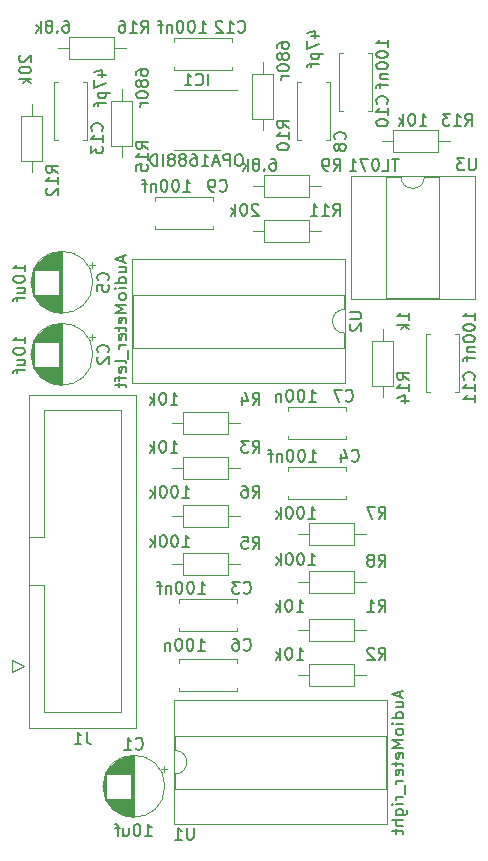
<source format=gbr>
%TF.GenerationSoftware,KiCad,Pcbnew,(5.1.10)-1*%
%TF.CreationDate,2022-02-04T18:42:06-05:00*%
%TF.ProjectId,OutputBoard,4f757470-7574-4426-9f61-72642e6b6963,rev?*%
%TF.SameCoordinates,Original*%
%TF.FileFunction,Legend,Bot*%
%TF.FilePolarity,Positive*%
%FSLAX46Y46*%
G04 Gerber Fmt 4.6, Leading zero omitted, Abs format (unit mm)*
G04 Created by KiCad (PCBNEW (5.1.10)-1) date 2022-02-04 18:42:06*
%MOMM*%
%LPD*%
G01*
G04 APERTURE LIST*
%ADD10C,0.120000*%
%ADD11C,0.150000*%
G04 APERTURE END LIST*
D10*
%TO.C,U2*%
X73466000Y-54340000D02*
X73466000Y-55590000D01*
X73466000Y-55590000D02*
X55566000Y-55590000D01*
X55566000Y-55590000D02*
X55566000Y-51090000D01*
X55566000Y-51090000D02*
X73466000Y-51090000D01*
X73466000Y-51090000D02*
X73466000Y-52340000D01*
X73526000Y-58590000D02*
X55506000Y-58590000D01*
X55506000Y-58590000D02*
X55506000Y-48090000D01*
X55506000Y-48090000D02*
X73526000Y-48090000D01*
X73526000Y-48090000D02*
X73526000Y-58590000D01*
X73466000Y-52340000D02*
G75*
G03*
X73466000Y-54340000I0J-1000000D01*
G01*
%TO.C,IC1*%
X60960000Y-33762000D02*
X64410000Y-33762000D01*
X60960000Y-33762000D02*
X59010000Y-33762000D01*
X60960000Y-38882000D02*
X62910000Y-38882000D01*
X60960000Y-38882000D02*
X59010000Y-38882000D01*
%TO.C,C1*%
X58200775Y-90985000D02*
X58200775Y-91485000D01*
X58450775Y-91235000D02*
X57950775Y-91235000D01*
X53045000Y-92426000D02*
X53045000Y-92994000D01*
X53085000Y-92192000D02*
X53085000Y-93228000D01*
X53125000Y-92033000D02*
X53125000Y-93387000D01*
X53165000Y-91905000D02*
X53165000Y-93515000D01*
X53205000Y-91795000D02*
X53205000Y-93625000D01*
X53245000Y-91699000D02*
X53245000Y-93721000D01*
X53285000Y-91612000D02*
X53285000Y-93808000D01*
X53325000Y-91532000D02*
X53325000Y-93888000D01*
X53365000Y-93750000D02*
X53365000Y-93961000D01*
X53365000Y-91459000D02*
X53365000Y-91670000D01*
X53405000Y-93750000D02*
X53405000Y-94029000D01*
X53405000Y-91391000D02*
X53405000Y-91670000D01*
X53445000Y-93750000D02*
X53445000Y-94093000D01*
X53445000Y-91327000D02*
X53445000Y-91670000D01*
X53485000Y-93750000D02*
X53485000Y-94153000D01*
X53485000Y-91267000D02*
X53485000Y-91670000D01*
X53525000Y-93750000D02*
X53525000Y-94210000D01*
X53525000Y-91210000D02*
X53525000Y-91670000D01*
X53565000Y-93750000D02*
X53565000Y-94264000D01*
X53565000Y-91156000D02*
X53565000Y-91670000D01*
X53605000Y-93750000D02*
X53605000Y-94315000D01*
X53605000Y-91105000D02*
X53605000Y-91670000D01*
X53645000Y-93750000D02*
X53645000Y-94363000D01*
X53645000Y-91057000D02*
X53645000Y-91670000D01*
X53685000Y-93750000D02*
X53685000Y-94409000D01*
X53685000Y-91011000D02*
X53685000Y-91670000D01*
X53725000Y-93750000D02*
X53725000Y-94453000D01*
X53725000Y-90967000D02*
X53725000Y-91670000D01*
X53765000Y-93750000D02*
X53765000Y-94495000D01*
X53765000Y-90925000D02*
X53765000Y-91670000D01*
X53805000Y-93750000D02*
X53805000Y-94536000D01*
X53805000Y-90884000D02*
X53805000Y-91670000D01*
X53845000Y-93750000D02*
X53845000Y-94574000D01*
X53845000Y-90846000D02*
X53845000Y-91670000D01*
X53885000Y-93750000D02*
X53885000Y-94611000D01*
X53885000Y-90809000D02*
X53885000Y-91670000D01*
X53925000Y-93750000D02*
X53925000Y-94647000D01*
X53925000Y-90773000D02*
X53925000Y-91670000D01*
X53965000Y-93750000D02*
X53965000Y-94681000D01*
X53965000Y-90739000D02*
X53965000Y-91670000D01*
X54005000Y-93750000D02*
X54005000Y-94714000D01*
X54005000Y-90706000D02*
X54005000Y-91670000D01*
X54045000Y-93750000D02*
X54045000Y-94745000D01*
X54045000Y-90675000D02*
X54045000Y-91670000D01*
X54085000Y-93750000D02*
X54085000Y-94775000D01*
X54085000Y-90645000D02*
X54085000Y-91670000D01*
X54125000Y-93750000D02*
X54125000Y-94805000D01*
X54125000Y-90615000D02*
X54125000Y-91670000D01*
X54165000Y-93750000D02*
X54165000Y-94832000D01*
X54165000Y-90588000D02*
X54165000Y-91670000D01*
X54205000Y-93750000D02*
X54205000Y-94859000D01*
X54205000Y-90561000D02*
X54205000Y-91670000D01*
X54245000Y-93750000D02*
X54245000Y-94885000D01*
X54245000Y-90535000D02*
X54245000Y-91670000D01*
X54285000Y-93750000D02*
X54285000Y-94910000D01*
X54285000Y-90510000D02*
X54285000Y-91670000D01*
X54325000Y-93750000D02*
X54325000Y-94934000D01*
X54325000Y-90486000D02*
X54325000Y-91670000D01*
X54365000Y-93750000D02*
X54365000Y-94957000D01*
X54365000Y-90463000D02*
X54365000Y-91670000D01*
X54405000Y-93750000D02*
X54405000Y-94978000D01*
X54405000Y-90442000D02*
X54405000Y-91670000D01*
X54445000Y-93750000D02*
X54445000Y-95000000D01*
X54445000Y-90420000D02*
X54445000Y-91670000D01*
X54485000Y-93750000D02*
X54485000Y-95020000D01*
X54485000Y-90400000D02*
X54485000Y-91670000D01*
X54525000Y-93750000D02*
X54525000Y-95039000D01*
X54525000Y-90381000D02*
X54525000Y-91670000D01*
X54565000Y-93750000D02*
X54565000Y-95058000D01*
X54565000Y-90362000D02*
X54565000Y-91670000D01*
X54605000Y-93750000D02*
X54605000Y-95075000D01*
X54605000Y-90345000D02*
X54605000Y-91670000D01*
X54645000Y-93750000D02*
X54645000Y-95092000D01*
X54645000Y-90328000D02*
X54645000Y-91670000D01*
X54685000Y-93750000D02*
X54685000Y-95108000D01*
X54685000Y-90312000D02*
X54685000Y-91670000D01*
X54725000Y-93750000D02*
X54725000Y-95124000D01*
X54725000Y-90296000D02*
X54725000Y-91670000D01*
X54765000Y-93750000D02*
X54765000Y-95138000D01*
X54765000Y-90282000D02*
X54765000Y-91670000D01*
X54805000Y-93750000D02*
X54805000Y-95152000D01*
X54805000Y-90268000D02*
X54805000Y-91670000D01*
X54845000Y-93750000D02*
X54845000Y-95165000D01*
X54845000Y-90255000D02*
X54845000Y-91670000D01*
X54885000Y-93750000D02*
X54885000Y-95178000D01*
X54885000Y-90242000D02*
X54885000Y-91670000D01*
X54925000Y-93750000D02*
X54925000Y-95190000D01*
X54925000Y-90230000D02*
X54925000Y-91670000D01*
X54966000Y-93750000D02*
X54966000Y-95201000D01*
X54966000Y-90219000D02*
X54966000Y-91670000D01*
X55006000Y-93750000D02*
X55006000Y-95211000D01*
X55006000Y-90209000D02*
X55006000Y-91670000D01*
X55046000Y-93750000D02*
X55046000Y-95221000D01*
X55046000Y-90199000D02*
X55046000Y-91670000D01*
X55086000Y-93750000D02*
X55086000Y-95230000D01*
X55086000Y-90190000D02*
X55086000Y-91670000D01*
X55126000Y-93750000D02*
X55126000Y-95238000D01*
X55126000Y-90182000D02*
X55126000Y-91670000D01*
X55166000Y-93750000D02*
X55166000Y-95246000D01*
X55166000Y-90174000D02*
X55166000Y-91670000D01*
X55206000Y-93750000D02*
X55206000Y-95253000D01*
X55206000Y-90167000D02*
X55206000Y-91670000D01*
X55246000Y-93750000D02*
X55246000Y-95260000D01*
X55246000Y-90160000D02*
X55246000Y-91670000D01*
X55286000Y-93750000D02*
X55286000Y-95266000D01*
X55286000Y-90154000D02*
X55286000Y-91670000D01*
X55326000Y-93750000D02*
X55326000Y-95271000D01*
X55326000Y-90149000D02*
X55326000Y-91670000D01*
X55366000Y-93750000D02*
X55366000Y-95275000D01*
X55366000Y-90145000D02*
X55366000Y-91670000D01*
X55406000Y-93750000D02*
X55406000Y-95279000D01*
X55406000Y-90141000D02*
X55406000Y-91670000D01*
X55446000Y-90137000D02*
X55446000Y-95283000D01*
X55486000Y-90134000D02*
X55486000Y-95286000D01*
X55526000Y-90132000D02*
X55526000Y-95288000D01*
X55566000Y-90131000D02*
X55566000Y-95289000D01*
X55606000Y-90130000D02*
X55606000Y-95290000D01*
X55646000Y-90130000D02*
X55646000Y-95290000D01*
X58266000Y-92710000D02*
G75*
G03*
X58266000Y-92710000I-2620000J0D01*
G01*
%TO.C,C2*%
X52170000Y-56134000D02*
G75*
G03*
X52170000Y-56134000I-2620000J0D01*
G01*
X49550000Y-53554000D02*
X49550000Y-58714000D01*
X49510000Y-53554000D02*
X49510000Y-58714000D01*
X49470000Y-53555000D02*
X49470000Y-58713000D01*
X49430000Y-53556000D02*
X49430000Y-58712000D01*
X49390000Y-53558000D02*
X49390000Y-58710000D01*
X49350000Y-53561000D02*
X49350000Y-58707000D01*
X49310000Y-53565000D02*
X49310000Y-55094000D01*
X49310000Y-57174000D02*
X49310000Y-58703000D01*
X49270000Y-53569000D02*
X49270000Y-55094000D01*
X49270000Y-57174000D02*
X49270000Y-58699000D01*
X49230000Y-53573000D02*
X49230000Y-55094000D01*
X49230000Y-57174000D02*
X49230000Y-58695000D01*
X49190000Y-53578000D02*
X49190000Y-55094000D01*
X49190000Y-57174000D02*
X49190000Y-58690000D01*
X49150000Y-53584000D02*
X49150000Y-55094000D01*
X49150000Y-57174000D02*
X49150000Y-58684000D01*
X49110000Y-53591000D02*
X49110000Y-55094000D01*
X49110000Y-57174000D02*
X49110000Y-58677000D01*
X49070000Y-53598000D02*
X49070000Y-55094000D01*
X49070000Y-57174000D02*
X49070000Y-58670000D01*
X49030000Y-53606000D02*
X49030000Y-55094000D01*
X49030000Y-57174000D02*
X49030000Y-58662000D01*
X48990000Y-53614000D02*
X48990000Y-55094000D01*
X48990000Y-57174000D02*
X48990000Y-58654000D01*
X48950000Y-53623000D02*
X48950000Y-55094000D01*
X48950000Y-57174000D02*
X48950000Y-58645000D01*
X48910000Y-53633000D02*
X48910000Y-55094000D01*
X48910000Y-57174000D02*
X48910000Y-58635000D01*
X48870000Y-53643000D02*
X48870000Y-55094000D01*
X48870000Y-57174000D02*
X48870000Y-58625000D01*
X48829000Y-53654000D02*
X48829000Y-55094000D01*
X48829000Y-57174000D02*
X48829000Y-58614000D01*
X48789000Y-53666000D02*
X48789000Y-55094000D01*
X48789000Y-57174000D02*
X48789000Y-58602000D01*
X48749000Y-53679000D02*
X48749000Y-55094000D01*
X48749000Y-57174000D02*
X48749000Y-58589000D01*
X48709000Y-53692000D02*
X48709000Y-55094000D01*
X48709000Y-57174000D02*
X48709000Y-58576000D01*
X48669000Y-53706000D02*
X48669000Y-55094000D01*
X48669000Y-57174000D02*
X48669000Y-58562000D01*
X48629000Y-53720000D02*
X48629000Y-55094000D01*
X48629000Y-57174000D02*
X48629000Y-58548000D01*
X48589000Y-53736000D02*
X48589000Y-55094000D01*
X48589000Y-57174000D02*
X48589000Y-58532000D01*
X48549000Y-53752000D02*
X48549000Y-55094000D01*
X48549000Y-57174000D02*
X48549000Y-58516000D01*
X48509000Y-53769000D02*
X48509000Y-55094000D01*
X48509000Y-57174000D02*
X48509000Y-58499000D01*
X48469000Y-53786000D02*
X48469000Y-55094000D01*
X48469000Y-57174000D02*
X48469000Y-58482000D01*
X48429000Y-53805000D02*
X48429000Y-55094000D01*
X48429000Y-57174000D02*
X48429000Y-58463000D01*
X48389000Y-53824000D02*
X48389000Y-55094000D01*
X48389000Y-57174000D02*
X48389000Y-58444000D01*
X48349000Y-53844000D02*
X48349000Y-55094000D01*
X48349000Y-57174000D02*
X48349000Y-58424000D01*
X48309000Y-53866000D02*
X48309000Y-55094000D01*
X48309000Y-57174000D02*
X48309000Y-58402000D01*
X48269000Y-53887000D02*
X48269000Y-55094000D01*
X48269000Y-57174000D02*
X48269000Y-58381000D01*
X48229000Y-53910000D02*
X48229000Y-55094000D01*
X48229000Y-57174000D02*
X48229000Y-58358000D01*
X48189000Y-53934000D02*
X48189000Y-55094000D01*
X48189000Y-57174000D02*
X48189000Y-58334000D01*
X48149000Y-53959000D02*
X48149000Y-55094000D01*
X48149000Y-57174000D02*
X48149000Y-58309000D01*
X48109000Y-53985000D02*
X48109000Y-55094000D01*
X48109000Y-57174000D02*
X48109000Y-58283000D01*
X48069000Y-54012000D02*
X48069000Y-55094000D01*
X48069000Y-57174000D02*
X48069000Y-58256000D01*
X48029000Y-54039000D02*
X48029000Y-55094000D01*
X48029000Y-57174000D02*
X48029000Y-58229000D01*
X47989000Y-54069000D02*
X47989000Y-55094000D01*
X47989000Y-57174000D02*
X47989000Y-58199000D01*
X47949000Y-54099000D02*
X47949000Y-55094000D01*
X47949000Y-57174000D02*
X47949000Y-58169000D01*
X47909000Y-54130000D02*
X47909000Y-55094000D01*
X47909000Y-57174000D02*
X47909000Y-58138000D01*
X47869000Y-54163000D02*
X47869000Y-55094000D01*
X47869000Y-57174000D02*
X47869000Y-58105000D01*
X47829000Y-54197000D02*
X47829000Y-55094000D01*
X47829000Y-57174000D02*
X47829000Y-58071000D01*
X47789000Y-54233000D02*
X47789000Y-55094000D01*
X47789000Y-57174000D02*
X47789000Y-58035000D01*
X47749000Y-54270000D02*
X47749000Y-55094000D01*
X47749000Y-57174000D02*
X47749000Y-57998000D01*
X47709000Y-54308000D02*
X47709000Y-55094000D01*
X47709000Y-57174000D02*
X47709000Y-57960000D01*
X47669000Y-54349000D02*
X47669000Y-55094000D01*
X47669000Y-57174000D02*
X47669000Y-57919000D01*
X47629000Y-54391000D02*
X47629000Y-55094000D01*
X47629000Y-57174000D02*
X47629000Y-57877000D01*
X47589000Y-54435000D02*
X47589000Y-55094000D01*
X47589000Y-57174000D02*
X47589000Y-57833000D01*
X47549000Y-54481000D02*
X47549000Y-55094000D01*
X47549000Y-57174000D02*
X47549000Y-57787000D01*
X47509000Y-54529000D02*
X47509000Y-55094000D01*
X47509000Y-57174000D02*
X47509000Y-57739000D01*
X47469000Y-54580000D02*
X47469000Y-55094000D01*
X47469000Y-57174000D02*
X47469000Y-57688000D01*
X47429000Y-54634000D02*
X47429000Y-55094000D01*
X47429000Y-57174000D02*
X47429000Y-57634000D01*
X47389000Y-54691000D02*
X47389000Y-55094000D01*
X47389000Y-57174000D02*
X47389000Y-57577000D01*
X47349000Y-54751000D02*
X47349000Y-55094000D01*
X47349000Y-57174000D02*
X47349000Y-57517000D01*
X47309000Y-54815000D02*
X47309000Y-55094000D01*
X47309000Y-57174000D02*
X47309000Y-57453000D01*
X47269000Y-54883000D02*
X47269000Y-55094000D01*
X47269000Y-57174000D02*
X47269000Y-57385000D01*
X47229000Y-54956000D02*
X47229000Y-57312000D01*
X47189000Y-55036000D02*
X47189000Y-57232000D01*
X47149000Y-55123000D02*
X47149000Y-57145000D01*
X47109000Y-55219000D02*
X47109000Y-57049000D01*
X47069000Y-55329000D02*
X47069000Y-56939000D01*
X47029000Y-55457000D02*
X47029000Y-56811000D01*
X46989000Y-55616000D02*
X46989000Y-56652000D01*
X46949000Y-55850000D02*
X46949000Y-56418000D01*
X52354775Y-54659000D02*
X51854775Y-54659000D01*
X52104775Y-54409000D02*
X52104775Y-54909000D01*
%TO.C,C5*%
X52104775Y-48313000D02*
X52104775Y-48813000D01*
X52354775Y-48563000D02*
X51854775Y-48563000D01*
X46949000Y-49754000D02*
X46949000Y-50322000D01*
X46989000Y-49520000D02*
X46989000Y-50556000D01*
X47029000Y-49361000D02*
X47029000Y-50715000D01*
X47069000Y-49233000D02*
X47069000Y-50843000D01*
X47109000Y-49123000D02*
X47109000Y-50953000D01*
X47149000Y-49027000D02*
X47149000Y-51049000D01*
X47189000Y-48940000D02*
X47189000Y-51136000D01*
X47229000Y-48860000D02*
X47229000Y-51216000D01*
X47269000Y-51078000D02*
X47269000Y-51289000D01*
X47269000Y-48787000D02*
X47269000Y-48998000D01*
X47309000Y-51078000D02*
X47309000Y-51357000D01*
X47309000Y-48719000D02*
X47309000Y-48998000D01*
X47349000Y-51078000D02*
X47349000Y-51421000D01*
X47349000Y-48655000D02*
X47349000Y-48998000D01*
X47389000Y-51078000D02*
X47389000Y-51481000D01*
X47389000Y-48595000D02*
X47389000Y-48998000D01*
X47429000Y-51078000D02*
X47429000Y-51538000D01*
X47429000Y-48538000D02*
X47429000Y-48998000D01*
X47469000Y-51078000D02*
X47469000Y-51592000D01*
X47469000Y-48484000D02*
X47469000Y-48998000D01*
X47509000Y-51078000D02*
X47509000Y-51643000D01*
X47509000Y-48433000D02*
X47509000Y-48998000D01*
X47549000Y-51078000D02*
X47549000Y-51691000D01*
X47549000Y-48385000D02*
X47549000Y-48998000D01*
X47589000Y-51078000D02*
X47589000Y-51737000D01*
X47589000Y-48339000D02*
X47589000Y-48998000D01*
X47629000Y-51078000D02*
X47629000Y-51781000D01*
X47629000Y-48295000D02*
X47629000Y-48998000D01*
X47669000Y-51078000D02*
X47669000Y-51823000D01*
X47669000Y-48253000D02*
X47669000Y-48998000D01*
X47709000Y-51078000D02*
X47709000Y-51864000D01*
X47709000Y-48212000D02*
X47709000Y-48998000D01*
X47749000Y-51078000D02*
X47749000Y-51902000D01*
X47749000Y-48174000D02*
X47749000Y-48998000D01*
X47789000Y-51078000D02*
X47789000Y-51939000D01*
X47789000Y-48137000D02*
X47789000Y-48998000D01*
X47829000Y-51078000D02*
X47829000Y-51975000D01*
X47829000Y-48101000D02*
X47829000Y-48998000D01*
X47869000Y-51078000D02*
X47869000Y-52009000D01*
X47869000Y-48067000D02*
X47869000Y-48998000D01*
X47909000Y-51078000D02*
X47909000Y-52042000D01*
X47909000Y-48034000D02*
X47909000Y-48998000D01*
X47949000Y-51078000D02*
X47949000Y-52073000D01*
X47949000Y-48003000D02*
X47949000Y-48998000D01*
X47989000Y-51078000D02*
X47989000Y-52103000D01*
X47989000Y-47973000D02*
X47989000Y-48998000D01*
X48029000Y-51078000D02*
X48029000Y-52133000D01*
X48029000Y-47943000D02*
X48029000Y-48998000D01*
X48069000Y-51078000D02*
X48069000Y-52160000D01*
X48069000Y-47916000D02*
X48069000Y-48998000D01*
X48109000Y-51078000D02*
X48109000Y-52187000D01*
X48109000Y-47889000D02*
X48109000Y-48998000D01*
X48149000Y-51078000D02*
X48149000Y-52213000D01*
X48149000Y-47863000D02*
X48149000Y-48998000D01*
X48189000Y-51078000D02*
X48189000Y-52238000D01*
X48189000Y-47838000D02*
X48189000Y-48998000D01*
X48229000Y-51078000D02*
X48229000Y-52262000D01*
X48229000Y-47814000D02*
X48229000Y-48998000D01*
X48269000Y-51078000D02*
X48269000Y-52285000D01*
X48269000Y-47791000D02*
X48269000Y-48998000D01*
X48309000Y-51078000D02*
X48309000Y-52306000D01*
X48309000Y-47770000D02*
X48309000Y-48998000D01*
X48349000Y-51078000D02*
X48349000Y-52328000D01*
X48349000Y-47748000D02*
X48349000Y-48998000D01*
X48389000Y-51078000D02*
X48389000Y-52348000D01*
X48389000Y-47728000D02*
X48389000Y-48998000D01*
X48429000Y-51078000D02*
X48429000Y-52367000D01*
X48429000Y-47709000D02*
X48429000Y-48998000D01*
X48469000Y-51078000D02*
X48469000Y-52386000D01*
X48469000Y-47690000D02*
X48469000Y-48998000D01*
X48509000Y-51078000D02*
X48509000Y-52403000D01*
X48509000Y-47673000D02*
X48509000Y-48998000D01*
X48549000Y-51078000D02*
X48549000Y-52420000D01*
X48549000Y-47656000D02*
X48549000Y-48998000D01*
X48589000Y-51078000D02*
X48589000Y-52436000D01*
X48589000Y-47640000D02*
X48589000Y-48998000D01*
X48629000Y-51078000D02*
X48629000Y-52452000D01*
X48629000Y-47624000D02*
X48629000Y-48998000D01*
X48669000Y-51078000D02*
X48669000Y-52466000D01*
X48669000Y-47610000D02*
X48669000Y-48998000D01*
X48709000Y-51078000D02*
X48709000Y-52480000D01*
X48709000Y-47596000D02*
X48709000Y-48998000D01*
X48749000Y-51078000D02*
X48749000Y-52493000D01*
X48749000Y-47583000D02*
X48749000Y-48998000D01*
X48789000Y-51078000D02*
X48789000Y-52506000D01*
X48789000Y-47570000D02*
X48789000Y-48998000D01*
X48829000Y-51078000D02*
X48829000Y-52518000D01*
X48829000Y-47558000D02*
X48829000Y-48998000D01*
X48870000Y-51078000D02*
X48870000Y-52529000D01*
X48870000Y-47547000D02*
X48870000Y-48998000D01*
X48910000Y-51078000D02*
X48910000Y-52539000D01*
X48910000Y-47537000D02*
X48910000Y-48998000D01*
X48950000Y-51078000D02*
X48950000Y-52549000D01*
X48950000Y-47527000D02*
X48950000Y-48998000D01*
X48990000Y-51078000D02*
X48990000Y-52558000D01*
X48990000Y-47518000D02*
X48990000Y-48998000D01*
X49030000Y-51078000D02*
X49030000Y-52566000D01*
X49030000Y-47510000D02*
X49030000Y-48998000D01*
X49070000Y-51078000D02*
X49070000Y-52574000D01*
X49070000Y-47502000D02*
X49070000Y-48998000D01*
X49110000Y-51078000D02*
X49110000Y-52581000D01*
X49110000Y-47495000D02*
X49110000Y-48998000D01*
X49150000Y-51078000D02*
X49150000Y-52588000D01*
X49150000Y-47488000D02*
X49150000Y-48998000D01*
X49190000Y-51078000D02*
X49190000Y-52594000D01*
X49190000Y-47482000D02*
X49190000Y-48998000D01*
X49230000Y-51078000D02*
X49230000Y-52599000D01*
X49230000Y-47477000D02*
X49230000Y-48998000D01*
X49270000Y-51078000D02*
X49270000Y-52603000D01*
X49270000Y-47473000D02*
X49270000Y-48998000D01*
X49310000Y-51078000D02*
X49310000Y-52607000D01*
X49310000Y-47469000D02*
X49310000Y-48998000D01*
X49350000Y-47465000D02*
X49350000Y-52611000D01*
X49390000Y-47462000D02*
X49390000Y-52614000D01*
X49430000Y-47460000D02*
X49430000Y-52616000D01*
X49470000Y-47459000D02*
X49470000Y-52617000D01*
X49510000Y-47458000D02*
X49510000Y-52618000D01*
X49550000Y-47458000D02*
X49550000Y-52618000D01*
X52170000Y-50038000D02*
G75*
G03*
X52170000Y-50038000I-2620000J0D01*
G01*
%TO.C,C6*%
X59466000Y-84682000D02*
X64406000Y-84682000D01*
X59466000Y-81942000D02*
X64406000Y-81942000D01*
X59466000Y-84682000D02*
X59466000Y-84367000D01*
X59466000Y-82257000D02*
X59466000Y-81942000D01*
X64406000Y-84682000D02*
X64406000Y-84367000D01*
X64406000Y-82257000D02*
X64406000Y-81942000D01*
%TO.C,C7*%
X73630000Y-60606000D02*
X68690000Y-60606000D01*
X73630000Y-63346000D02*
X68690000Y-63346000D01*
X73630000Y-60606000D02*
X73630000Y-60921000D01*
X73630000Y-63031000D02*
X73630000Y-63346000D01*
X68690000Y-60606000D02*
X68690000Y-60921000D01*
X68690000Y-63031000D02*
X68690000Y-63346000D01*
%TO.C,C8*%
X71921000Y-37990000D02*
X72236000Y-37990000D01*
X69496000Y-37990000D02*
X69811000Y-37990000D01*
X71921000Y-33050000D02*
X72236000Y-33050000D01*
X69496000Y-33050000D02*
X69811000Y-33050000D01*
X72236000Y-33050000D02*
X72236000Y-37990000D01*
X69496000Y-33050000D02*
X69496000Y-37990000D01*
%TO.C,C9*%
X62374000Y-43141000D02*
X62374000Y-42826000D01*
X62374000Y-45566000D02*
X62374000Y-45251000D01*
X57434000Y-43141000D02*
X57434000Y-42826000D01*
X57434000Y-45566000D02*
X57434000Y-45251000D01*
X57434000Y-42826000D02*
X62374000Y-42826000D01*
X57434000Y-45566000D02*
X62374000Y-45566000D01*
%TO.C,C10*%
X75792000Y-35530000D02*
X75792000Y-30590000D01*
X73052000Y-35530000D02*
X73052000Y-30590000D01*
X75792000Y-35530000D02*
X75477000Y-35530000D01*
X73367000Y-35530000D02*
X73052000Y-35530000D01*
X75792000Y-30590000D02*
X75477000Y-30590000D01*
X73367000Y-30590000D02*
X73052000Y-30590000D01*
%TO.C,C11*%
X82843000Y-59326000D02*
X83158000Y-59326000D01*
X80418000Y-59326000D02*
X80733000Y-59326000D01*
X82843000Y-54386000D02*
X83158000Y-54386000D01*
X80418000Y-54386000D02*
X80733000Y-54386000D01*
X83158000Y-54386000D02*
X83158000Y-59326000D01*
X80418000Y-54386000D02*
X80418000Y-59326000D01*
%TO.C,C12*%
X63978000Y-29364000D02*
X59038000Y-29364000D01*
X63978000Y-32104000D02*
X59038000Y-32104000D01*
X63978000Y-29364000D02*
X63978000Y-29679000D01*
X63978000Y-31789000D02*
X63978000Y-32104000D01*
X59038000Y-29364000D02*
X59038000Y-29679000D01*
X59038000Y-31789000D02*
X59038000Y-32104000D01*
%TO.C,C13*%
X48922000Y-33050000D02*
X48922000Y-37990000D01*
X51662000Y-33050000D02*
X51662000Y-37990000D01*
X48922000Y-33050000D02*
X49237000Y-33050000D01*
X51347000Y-33050000D02*
X51662000Y-33050000D01*
X48922000Y-37990000D02*
X49237000Y-37990000D01*
X51347000Y-37990000D02*
X51662000Y-37990000D01*
%TO.C,J1*%
X45358000Y-82050000D02*
X46358000Y-82550000D01*
X45358000Y-83050000D02*
X45358000Y-82050000D01*
X46358000Y-82550000D02*
X45358000Y-83050000D01*
X48058000Y-71610000D02*
X46748000Y-71610000D01*
X48058000Y-71610000D02*
X48058000Y-71610000D01*
X48058000Y-60860000D02*
X48058000Y-71610000D01*
X54558000Y-60860000D02*
X48058000Y-60860000D01*
X54558000Y-86460000D02*
X54558000Y-60860000D01*
X48058000Y-86460000D02*
X54558000Y-86460000D01*
X48058000Y-75710000D02*
X48058000Y-86460000D01*
X46748000Y-75710000D02*
X48058000Y-75710000D01*
X46748000Y-59560000D02*
X46748000Y-87760000D01*
X55868000Y-59560000D02*
X46748000Y-59560000D01*
X55868000Y-87760000D02*
X55868000Y-59560000D01*
X46748000Y-87760000D02*
X55868000Y-87760000D01*
%TO.C,R1*%
X69520000Y-79502000D02*
X70470000Y-79502000D01*
X75260000Y-79502000D02*
X74310000Y-79502000D01*
X70470000Y-78582000D02*
X74310000Y-78582000D01*
X70470000Y-80422000D02*
X70470000Y-78582000D01*
X74310000Y-80422000D02*
X70470000Y-80422000D01*
X74310000Y-78582000D02*
X74310000Y-80422000D01*
%TO.C,R2*%
X70470000Y-84232000D02*
X70470000Y-82392000D01*
X70470000Y-82392000D02*
X74310000Y-82392000D01*
X74310000Y-82392000D02*
X74310000Y-84232000D01*
X74310000Y-84232000D02*
X70470000Y-84232000D01*
X69520000Y-83312000D02*
X70470000Y-83312000D01*
X75260000Y-83312000D02*
X74310000Y-83312000D01*
%TO.C,R3*%
X58852000Y-65786000D02*
X59802000Y-65786000D01*
X64592000Y-65786000D02*
X63642000Y-65786000D01*
X59802000Y-64866000D02*
X63642000Y-64866000D01*
X59802000Y-66706000D02*
X59802000Y-64866000D01*
X63642000Y-66706000D02*
X59802000Y-66706000D01*
X63642000Y-64866000D02*
X63642000Y-66706000D01*
%TO.C,R4*%
X63642000Y-61056000D02*
X63642000Y-62896000D01*
X63642000Y-62896000D02*
X59802000Y-62896000D01*
X59802000Y-62896000D02*
X59802000Y-61056000D01*
X59802000Y-61056000D02*
X63642000Y-61056000D01*
X64592000Y-61976000D02*
X63642000Y-61976000D01*
X58852000Y-61976000D02*
X59802000Y-61976000D01*
%TO.C,R5*%
X64592000Y-73914000D02*
X63642000Y-73914000D01*
X58852000Y-73914000D02*
X59802000Y-73914000D01*
X63642000Y-74834000D02*
X59802000Y-74834000D01*
X63642000Y-72994000D02*
X63642000Y-74834000D01*
X59802000Y-72994000D02*
X63642000Y-72994000D01*
X59802000Y-74834000D02*
X59802000Y-72994000D01*
%TO.C,R6*%
X63642000Y-68930000D02*
X63642000Y-70770000D01*
X63642000Y-70770000D02*
X59802000Y-70770000D01*
X59802000Y-70770000D02*
X59802000Y-68930000D01*
X59802000Y-68930000D02*
X63642000Y-68930000D01*
X64592000Y-69850000D02*
X63642000Y-69850000D01*
X58852000Y-69850000D02*
X59802000Y-69850000D01*
%TO.C,R7*%
X74310000Y-70454000D02*
X74310000Y-72294000D01*
X74310000Y-72294000D02*
X70470000Y-72294000D01*
X70470000Y-72294000D02*
X70470000Y-70454000D01*
X70470000Y-70454000D02*
X74310000Y-70454000D01*
X75260000Y-71374000D02*
X74310000Y-71374000D01*
X69520000Y-71374000D02*
X70470000Y-71374000D01*
%TO.C,R8*%
X75260000Y-75438000D02*
X74310000Y-75438000D01*
X69520000Y-75438000D02*
X70470000Y-75438000D01*
X74310000Y-76358000D02*
X70470000Y-76358000D01*
X74310000Y-74518000D02*
X74310000Y-76358000D01*
X70470000Y-74518000D02*
X74310000Y-74518000D01*
X70470000Y-76358000D02*
X70470000Y-74518000D01*
%TO.C,R9*%
X70500000Y-40990000D02*
X70500000Y-42830000D01*
X70500000Y-42830000D02*
X66660000Y-42830000D01*
X66660000Y-42830000D02*
X66660000Y-40990000D01*
X66660000Y-40990000D02*
X70500000Y-40990000D01*
X71450000Y-41910000D02*
X70500000Y-41910000D01*
X65710000Y-41910000D02*
X66660000Y-41910000D01*
%TO.C,R10*%
X66548000Y-31420000D02*
X66548000Y-32370000D01*
X66548000Y-37160000D02*
X66548000Y-36210000D01*
X67468000Y-32370000D02*
X67468000Y-36210000D01*
X65628000Y-32370000D02*
X67468000Y-32370000D01*
X65628000Y-36210000D02*
X65628000Y-32370000D01*
X67468000Y-36210000D02*
X65628000Y-36210000D01*
%TO.C,R11*%
X71450000Y-45720000D02*
X70500000Y-45720000D01*
X65710000Y-45720000D02*
X66660000Y-45720000D01*
X70500000Y-46640000D02*
X66660000Y-46640000D01*
X70500000Y-44800000D02*
X70500000Y-46640000D01*
X66660000Y-44800000D02*
X70500000Y-44800000D01*
X66660000Y-46640000D02*
X66660000Y-44800000D01*
%TO.C,R12*%
X46070000Y-35926000D02*
X47910000Y-35926000D01*
X47910000Y-35926000D02*
X47910000Y-39766000D01*
X47910000Y-39766000D02*
X46070000Y-39766000D01*
X46070000Y-39766000D02*
X46070000Y-35926000D01*
X46990000Y-34976000D02*
X46990000Y-35926000D01*
X46990000Y-40716000D02*
X46990000Y-39766000D01*
%TO.C,R13*%
X81422000Y-37180000D02*
X81422000Y-39020000D01*
X81422000Y-39020000D02*
X77582000Y-39020000D01*
X77582000Y-39020000D02*
X77582000Y-37180000D01*
X77582000Y-37180000D02*
X81422000Y-37180000D01*
X82372000Y-38100000D02*
X81422000Y-38100000D01*
X76632000Y-38100000D02*
X77582000Y-38100000D01*
%TO.C,R14*%
X76708000Y-54026000D02*
X76708000Y-54976000D01*
X76708000Y-59766000D02*
X76708000Y-58816000D01*
X77628000Y-54976000D02*
X77628000Y-58816000D01*
X75788000Y-54976000D02*
X77628000Y-54976000D01*
X75788000Y-58816000D02*
X75788000Y-54976000D01*
X77628000Y-58816000D02*
X75788000Y-58816000D01*
%TO.C,R15*%
X55530000Y-38496000D02*
X53690000Y-38496000D01*
X53690000Y-38496000D02*
X53690000Y-34656000D01*
X53690000Y-34656000D02*
X55530000Y-34656000D01*
X55530000Y-34656000D02*
X55530000Y-38496000D01*
X54610000Y-39446000D02*
X54610000Y-38496000D01*
X54610000Y-33706000D02*
X54610000Y-34656000D01*
%TO.C,R16*%
X49200000Y-30226000D02*
X50150000Y-30226000D01*
X54940000Y-30226000D02*
X53990000Y-30226000D01*
X50150000Y-29306000D02*
X53990000Y-29306000D01*
X50150000Y-31146000D02*
X50150000Y-29306000D01*
X53990000Y-31146000D02*
X50150000Y-31146000D01*
X53990000Y-29306000D02*
X53990000Y-31146000D01*
%TO.C,U1*%
X59062000Y-95928000D02*
X59062000Y-85428000D01*
X77082000Y-95928000D02*
X59062000Y-95928000D01*
X77082000Y-85428000D02*
X77082000Y-95928000D01*
X59062000Y-85428000D02*
X77082000Y-85428000D01*
X59122000Y-92928000D02*
X59122000Y-91678000D01*
X77022000Y-92928000D02*
X59122000Y-92928000D01*
X77022000Y-88428000D02*
X77022000Y-92928000D01*
X59122000Y-88428000D02*
X77022000Y-88428000D01*
X59122000Y-89678000D02*
X59122000Y-88428000D01*
X59122000Y-91678000D02*
G75*
G03*
X59122000Y-89678000I0J1000000D01*
G01*
%TO.C,U3*%
X73998000Y-41028000D02*
X84498000Y-41028000D01*
X73998000Y-51428000D02*
X73998000Y-41028000D01*
X84498000Y-51428000D02*
X73998000Y-51428000D01*
X84498000Y-41028000D02*
X84498000Y-51428000D01*
X76998000Y-41088000D02*
X78248000Y-41088000D01*
X76998000Y-51368000D02*
X76998000Y-41088000D01*
X81498000Y-51368000D02*
X76998000Y-51368000D01*
X81498000Y-41088000D02*
X81498000Y-51368000D01*
X80248000Y-41088000D02*
X81498000Y-41088000D01*
X78248000Y-41088000D02*
G75*
G03*
X80248000Y-41088000I1000000J0D01*
G01*
%TO.C,C3*%
X59466000Y-79602000D02*
X64406000Y-79602000D01*
X59466000Y-76862000D02*
X64406000Y-76862000D01*
X59466000Y-79602000D02*
X59466000Y-79287000D01*
X59466000Y-77177000D02*
X59466000Y-76862000D01*
X64406000Y-79602000D02*
X64406000Y-79287000D01*
X64406000Y-77177000D02*
X64406000Y-76862000D01*
%TO.C,C4*%
X68690000Y-68111000D02*
X68690000Y-68426000D01*
X68690000Y-65686000D02*
X68690000Y-66001000D01*
X73630000Y-68111000D02*
X73630000Y-68426000D01*
X73630000Y-65686000D02*
X73630000Y-66001000D01*
X73630000Y-68426000D02*
X68690000Y-68426000D01*
X73630000Y-65686000D02*
X68690000Y-65686000D01*
%TO.C,U2*%
D11*
X73918380Y-52578095D02*
X74727904Y-52578095D01*
X74823142Y-52625714D01*
X74870761Y-52673333D01*
X74918380Y-52768571D01*
X74918380Y-52959047D01*
X74870761Y-53054285D01*
X74823142Y-53101904D01*
X74727904Y-53149523D01*
X73918380Y-53149523D01*
X74013619Y-53578095D02*
X73966000Y-53625714D01*
X73918380Y-53720952D01*
X73918380Y-53959047D01*
X73966000Y-54054285D01*
X74013619Y-54101904D01*
X74108857Y-54149523D01*
X74204095Y-54149523D01*
X74346952Y-54101904D01*
X74918380Y-53530476D01*
X74918380Y-54149523D01*
X54732666Y-47840000D02*
X54732666Y-48316190D01*
X55018380Y-47744761D02*
X54018380Y-48078095D01*
X55018380Y-48411428D01*
X54351714Y-49173333D02*
X55018380Y-49173333D01*
X54351714Y-48744761D02*
X54875523Y-48744761D01*
X54970761Y-48792380D01*
X55018380Y-48887619D01*
X55018380Y-49030476D01*
X54970761Y-49125714D01*
X54923142Y-49173333D01*
X55018380Y-50078095D02*
X54018380Y-50078095D01*
X54970761Y-50078095D02*
X55018380Y-49982857D01*
X55018380Y-49792380D01*
X54970761Y-49697142D01*
X54923142Y-49649523D01*
X54827904Y-49601904D01*
X54542190Y-49601904D01*
X54446952Y-49649523D01*
X54399333Y-49697142D01*
X54351714Y-49792380D01*
X54351714Y-49982857D01*
X54399333Y-50078095D01*
X55018380Y-50554285D02*
X54351714Y-50554285D01*
X54018380Y-50554285D02*
X54066000Y-50506666D01*
X54113619Y-50554285D01*
X54066000Y-50601904D01*
X54018380Y-50554285D01*
X54113619Y-50554285D01*
X55018380Y-51173333D02*
X54970761Y-51078095D01*
X54923142Y-51030476D01*
X54827904Y-50982857D01*
X54542190Y-50982857D01*
X54446952Y-51030476D01*
X54399333Y-51078095D01*
X54351714Y-51173333D01*
X54351714Y-51316190D01*
X54399333Y-51411428D01*
X54446952Y-51459047D01*
X54542190Y-51506666D01*
X54827904Y-51506666D01*
X54923142Y-51459047D01*
X54970761Y-51411428D01*
X55018380Y-51316190D01*
X55018380Y-51173333D01*
X55018380Y-51935238D02*
X54018380Y-51935238D01*
X54732666Y-52268571D01*
X54018380Y-52601904D01*
X55018380Y-52601904D01*
X54970761Y-53459047D02*
X55018380Y-53363809D01*
X55018380Y-53173333D01*
X54970761Y-53078095D01*
X54875523Y-53030476D01*
X54494571Y-53030476D01*
X54399333Y-53078095D01*
X54351714Y-53173333D01*
X54351714Y-53363809D01*
X54399333Y-53459047D01*
X54494571Y-53506666D01*
X54589809Y-53506666D01*
X54685047Y-53030476D01*
X54351714Y-53792380D02*
X54351714Y-54173333D01*
X54018380Y-53935238D02*
X54875523Y-53935238D01*
X54970761Y-53982857D01*
X55018380Y-54078095D01*
X55018380Y-54173333D01*
X54970761Y-54887619D02*
X55018380Y-54792380D01*
X55018380Y-54601904D01*
X54970761Y-54506666D01*
X54875523Y-54459047D01*
X54494571Y-54459047D01*
X54399333Y-54506666D01*
X54351714Y-54601904D01*
X54351714Y-54792380D01*
X54399333Y-54887619D01*
X54494571Y-54935238D01*
X54589809Y-54935238D01*
X54685047Y-54459047D01*
X55018380Y-55363809D02*
X54351714Y-55363809D01*
X54542190Y-55363809D02*
X54446952Y-55411428D01*
X54399333Y-55459047D01*
X54351714Y-55554285D01*
X54351714Y-55649523D01*
X55113619Y-55744761D02*
X55113619Y-56506666D01*
X55018380Y-56887619D02*
X54970761Y-56792380D01*
X54875523Y-56744761D01*
X54018380Y-56744761D01*
X54970761Y-57649523D02*
X55018380Y-57554285D01*
X55018380Y-57363809D01*
X54970761Y-57268571D01*
X54875523Y-57220952D01*
X54494571Y-57220952D01*
X54399333Y-57268571D01*
X54351714Y-57363809D01*
X54351714Y-57554285D01*
X54399333Y-57649523D01*
X54494571Y-57697142D01*
X54589809Y-57697142D01*
X54685047Y-57220952D01*
X54351714Y-57982857D02*
X54351714Y-58363809D01*
X55018380Y-58125714D02*
X54161238Y-58125714D01*
X54066000Y-58173333D01*
X54018380Y-58268571D01*
X54018380Y-58363809D01*
X54351714Y-58554285D02*
X54351714Y-58935238D01*
X54018380Y-58697142D02*
X54875523Y-58697142D01*
X54970761Y-58744761D01*
X55018380Y-58840000D01*
X55018380Y-58935238D01*
%TO.C,IC1*%
X61936190Y-33374380D02*
X61936190Y-32374380D01*
X60888571Y-33279142D02*
X60936190Y-33326761D01*
X61079047Y-33374380D01*
X61174285Y-33374380D01*
X61317142Y-33326761D01*
X61412380Y-33231523D01*
X61460000Y-33136285D01*
X61507619Y-32945809D01*
X61507619Y-32802952D01*
X61460000Y-32612476D01*
X61412380Y-32517238D01*
X61317142Y-32422000D01*
X61174285Y-32374380D01*
X61079047Y-32374380D01*
X60936190Y-32422000D01*
X60888571Y-32469619D01*
X59936190Y-33374380D02*
X60507619Y-33374380D01*
X60221904Y-33374380D02*
X60221904Y-32374380D01*
X60317142Y-32517238D01*
X60412380Y-32612476D01*
X60507619Y-32660095D01*
X64626666Y-39174380D02*
X64436190Y-39174380D01*
X64340952Y-39222000D01*
X64245714Y-39317238D01*
X64198095Y-39507714D01*
X64198095Y-39841047D01*
X64245714Y-40031523D01*
X64340952Y-40126761D01*
X64436190Y-40174380D01*
X64626666Y-40174380D01*
X64721904Y-40126761D01*
X64817142Y-40031523D01*
X64864761Y-39841047D01*
X64864761Y-39507714D01*
X64817142Y-39317238D01*
X64721904Y-39222000D01*
X64626666Y-39174380D01*
X63769523Y-40174380D02*
X63769523Y-39174380D01*
X63388571Y-39174380D01*
X63293333Y-39222000D01*
X63245714Y-39269619D01*
X63198095Y-39364857D01*
X63198095Y-39507714D01*
X63245714Y-39602952D01*
X63293333Y-39650571D01*
X63388571Y-39698190D01*
X63769523Y-39698190D01*
X62817142Y-39888666D02*
X62340952Y-39888666D01*
X62912380Y-40174380D02*
X62579047Y-39174380D01*
X62245714Y-40174380D01*
X61388571Y-40174380D02*
X61960000Y-40174380D01*
X61674285Y-40174380D02*
X61674285Y-39174380D01*
X61769523Y-39317238D01*
X61864761Y-39412476D01*
X61960000Y-39460095D01*
X60531428Y-39174380D02*
X60721904Y-39174380D01*
X60817142Y-39222000D01*
X60864761Y-39269619D01*
X60960000Y-39412476D01*
X61007619Y-39602952D01*
X61007619Y-39983904D01*
X60960000Y-40079142D01*
X60912380Y-40126761D01*
X60817142Y-40174380D01*
X60626666Y-40174380D01*
X60531428Y-40126761D01*
X60483809Y-40079142D01*
X60436190Y-39983904D01*
X60436190Y-39745809D01*
X60483809Y-39650571D01*
X60531428Y-39602952D01*
X60626666Y-39555333D01*
X60817142Y-39555333D01*
X60912380Y-39602952D01*
X60960000Y-39650571D01*
X61007619Y-39745809D01*
X59864761Y-39602952D02*
X59960000Y-39555333D01*
X60007619Y-39507714D01*
X60055238Y-39412476D01*
X60055238Y-39364857D01*
X60007619Y-39269619D01*
X59960000Y-39222000D01*
X59864761Y-39174380D01*
X59674285Y-39174380D01*
X59579047Y-39222000D01*
X59531428Y-39269619D01*
X59483809Y-39364857D01*
X59483809Y-39412476D01*
X59531428Y-39507714D01*
X59579047Y-39555333D01*
X59674285Y-39602952D01*
X59864761Y-39602952D01*
X59960000Y-39650571D01*
X60007619Y-39698190D01*
X60055238Y-39793428D01*
X60055238Y-39983904D01*
X60007619Y-40079142D01*
X59960000Y-40126761D01*
X59864761Y-40174380D01*
X59674285Y-40174380D01*
X59579047Y-40126761D01*
X59531428Y-40079142D01*
X59483809Y-39983904D01*
X59483809Y-39793428D01*
X59531428Y-39698190D01*
X59579047Y-39650571D01*
X59674285Y-39602952D01*
X58912380Y-39602952D02*
X59007619Y-39555333D01*
X59055238Y-39507714D01*
X59102857Y-39412476D01*
X59102857Y-39364857D01*
X59055238Y-39269619D01*
X59007619Y-39222000D01*
X58912380Y-39174380D01*
X58721904Y-39174380D01*
X58626666Y-39222000D01*
X58579047Y-39269619D01*
X58531428Y-39364857D01*
X58531428Y-39412476D01*
X58579047Y-39507714D01*
X58626666Y-39555333D01*
X58721904Y-39602952D01*
X58912380Y-39602952D01*
X59007619Y-39650571D01*
X59055238Y-39698190D01*
X59102857Y-39793428D01*
X59102857Y-39983904D01*
X59055238Y-40079142D01*
X59007619Y-40126761D01*
X58912380Y-40174380D01*
X58721904Y-40174380D01*
X58626666Y-40126761D01*
X58579047Y-40079142D01*
X58531428Y-39983904D01*
X58531428Y-39793428D01*
X58579047Y-39698190D01*
X58626666Y-39650571D01*
X58721904Y-39602952D01*
X58102857Y-40174380D02*
X58102857Y-39174380D01*
X57626666Y-40174380D02*
X57626666Y-39174380D01*
X57388571Y-39174380D01*
X57245714Y-39222000D01*
X57150476Y-39317238D01*
X57102857Y-39412476D01*
X57055238Y-39602952D01*
X57055238Y-39745809D01*
X57102857Y-39936285D01*
X57150476Y-40031523D01*
X57245714Y-40126761D01*
X57388571Y-40174380D01*
X57626666Y-40174380D01*
%TO.C,C1*%
X55792666Y-89511142D02*
X55840285Y-89558761D01*
X55983142Y-89606380D01*
X56078380Y-89606380D01*
X56221238Y-89558761D01*
X56316476Y-89463523D01*
X56364095Y-89368285D01*
X56411714Y-89177809D01*
X56411714Y-89034952D01*
X56364095Y-88844476D01*
X56316476Y-88749238D01*
X56221238Y-88654000D01*
X56078380Y-88606380D01*
X55983142Y-88606380D01*
X55840285Y-88654000D01*
X55792666Y-88701619D01*
X54840285Y-89606380D02*
X55411714Y-89606380D01*
X55126000Y-89606380D02*
X55126000Y-88606380D01*
X55221238Y-88749238D01*
X55316476Y-88844476D01*
X55411714Y-88892095D01*
X56574571Y-96912380D02*
X57146000Y-96912380D01*
X56860285Y-96912380D02*
X56860285Y-95912380D01*
X56955523Y-96055238D01*
X57050761Y-96150476D01*
X57146000Y-96198095D01*
X55955523Y-95912380D02*
X55860285Y-95912380D01*
X55765047Y-95960000D01*
X55717428Y-96007619D01*
X55669809Y-96102857D01*
X55622190Y-96293333D01*
X55622190Y-96531428D01*
X55669809Y-96721904D01*
X55717428Y-96817142D01*
X55765047Y-96864761D01*
X55860285Y-96912380D01*
X55955523Y-96912380D01*
X56050761Y-96864761D01*
X56098380Y-96817142D01*
X56146000Y-96721904D01*
X56193619Y-96531428D01*
X56193619Y-96293333D01*
X56146000Y-96102857D01*
X56098380Y-96007619D01*
X56050761Y-95960000D01*
X55955523Y-95912380D01*
X54765047Y-96245714D02*
X54765047Y-96912380D01*
X55193619Y-96245714D02*
X55193619Y-96769523D01*
X55145999Y-96864761D01*
X55050761Y-96912380D01*
X54907904Y-96912380D01*
X54812666Y-96864761D01*
X54765047Y-96817142D01*
X54431714Y-96245714D02*
X54050761Y-96245714D01*
X54288857Y-96912380D02*
X54288857Y-96055238D01*
X54241238Y-95960000D01*
X54145999Y-95912380D01*
X54050761Y-95912380D01*
%TO.C,C2*%
X53443142Y-55967333D02*
X53490761Y-55919714D01*
X53538380Y-55776857D01*
X53538380Y-55681619D01*
X53490761Y-55538761D01*
X53395523Y-55443523D01*
X53300285Y-55395904D01*
X53109809Y-55348285D01*
X52966952Y-55348285D01*
X52776476Y-55395904D01*
X52681238Y-55443523D01*
X52586000Y-55538761D01*
X52538380Y-55681619D01*
X52538380Y-55776857D01*
X52586000Y-55919714D01*
X52633619Y-55967333D01*
X52633619Y-56348285D02*
X52586000Y-56395904D01*
X52538380Y-56491142D01*
X52538380Y-56729238D01*
X52586000Y-56824476D01*
X52633619Y-56872095D01*
X52728857Y-56919714D01*
X52824095Y-56919714D01*
X52966952Y-56872095D01*
X53538380Y-56300666D01*
X53538380Y-56919714D01*
X46426380Y-55205428D02*
X46426380Y-54634000D01*
X46426380Y-54919714D02*
X45426380Y-54919714D01*
X45569238Y-54824476D01*
X45664476Y-54729238D01*
X45712095Y-54634000D01*
X45426380Y-55824476D02*
X45426380Y-55919714D01*
X45474000Y-56014952D01*
X45521619Y-56062571D01*
X45616857Y-56110190D01*
X45807333Y-56157809D01*
X46045428Y-56157809D01*
X46235904Y-56110190D01*
X46331142Y-56062571D01*
X46378761Y-56014952D01*
X46426380Y-55919714D01*
X46426380Y-55824476D01*
X46378761Y-55729238D01*
X46331142Y-55681619D01*
X46235904Y-55634000D01*
X46045428Y-55586380D01*
X45807333Y-55586380D01*
X45616857Y-55634000D01*
X45521619Y-55681619D01*
X45474000Y-55729238D01*
X45426380Y-55824476D01*
X45759714Y-57014952D02*
X46426380Y-57014952D01*
X45759714Y-56586380D02*
X46283523Y-56586380D01*
X46378761Y-56634000D01*
X46426380Y-56729238D01*
X46426380Y-56872095D01*
X46378761Y-56967333D01*
X46331142Y-57014952D01*
X45759714Y-57348285D02*
X45759714Y-57729238D01*
X46426380Y-57491142D02*
X45569238Y-57491142D01*
X45474000Y-57538761D01*
X45426380Y-57634000D01*
X45426380Y-57729238D01*
%TO.C,C5*%
X53443142Y-49871333D02*
X53490761Y-49823714D01*
X53538380Y-49680857D01*
X53538380Y-49585619D01*
X53490761Y-49442761D01*
X53395523Y-49347523D01*
X53300285Y-49299904D01*
X53109809Y-49252285D01*
X52966952Y-49252285D01*
X52776476Y-49299904D01*
X52681238Y-49347523D01*
X52586000Y-49442761D01*
X52538380Y-49585619D01*
X52538380Y-49680857D01*
X52586000Y-49823714D01*
X52633619Y-49871333D01*
X52538380Y-50776095D02*
X52538380Y-50299904D01*
X53014571Y-50252285D01*
X52966952Y-50299904D01*
X52919333Y-50395142D01*
X52919333Y-50633238D01*
X52966952Y-50728476D01*
X53014571Y-50776095D01*
X53109809Y-50823714D01*
X53347904Y-50823714D01*
X53443142Y-50776095D01*
X53490761Y-50728476D01*
X53538380Y-50633238D01*
X53538380Y-50395142D01*
X53490761Y-50299904D01*
X53443142Y-50252285D01*
X46426380Y-49109428D02*
X46426380Y-48538000D01*
X46426380Y-48823714D02*
X45426380Y-48823714D01*
X45569238Y-48728476D01*
X45664476Y-48633238D01*
X45712095Y-48538000D01*
X45426380Y-49728476D02*
X45426380Y-49823714D01*
X45474000Y-49918952D01*
X45521619Y-49966571D01*
X45616857Y-50014190D01*
X45807333Y-50061809D01*
X46045428Y-50061809D01*
X46235904Y-50014190D01*
X46331142Y-49966571D01*
X46378761Y-49918952D01*
X46426380Y-49823714D01*
X46426380Y-49728476D01*
X46378761Y-49633238D01*
X46331142Y-49585619D01*
X46235904Y-49538000D01*
X46045428Y-49490380D01*
X45807333Y-49490380D01*
X45616857Y-49538000D01*
X45521619Y-49585619D01*
X45474000Y-49633238D01*
X45426380Y-49728476D01*
X45759714Y-50918952D02*
X46426380Y-50918952D01*
X45759714Y-50490380D02*
X46283523Y-50490380D01*
X46378761Y-50538000D01*
X46426380Y-50633238D01*
X46426380Y-50776095D01*
X46378761Y-50871333D01*
X46331142Y-50918952D01*
X45759714Y-51252285D02*
X45759714Y-51633238D01*
X46426380Y-51395142D02*
X45569238Y-51395142D01*
X45474000Y-51442761D01*
X45426380Y-51538000D01*
X45426380Y-51633238D01*
%TO.C,C6*%
X64936666Y-81129142D02*
X64984285Y-81176761D01*
X65127142Y-81224380D01*
X65222380Y-81224380D01*
X65365238Y-81176761D01*
X65460476Y-81081523D01*
X65508095Y-80986285D01*
X65555714Y-80795809D01*
X65555714Y-80652952D01*
X65508095Y-80462476D01*
X65460476Y-80367238D01*
X65365238Y-80272000D01*
X65222380Y-80224380D01*
X65127142Y-80224380D01*
X64984285Y-80272000D01*
X64936666Y-80319619D01*
X64079523Y-80224380D02*
X64270000Y-80224380D01*
X64365238Y-80272000D01*
X64412857Y-80319619D01*
X64508095Y-80462476D01*
X64555714Y-80652952D01*
X64555714Y-81033904D01*
X64508095Y-81129142D01*
X64460476Y-81176761D01*
X64365238Y-81224380D01*
X64174761Y-81224380D01*
X64079523Y-81176761D01*
X64031904Y-81129142D01*
X63984285Y-81033904D01*
X63984285Y-80795809D01*
X64031904Y-80700571D01*
X64079523Y-80652952D01*
X64174761Y-80605333D01*
X64365238Y-80605333D01*
X64460476Y-80652952D01*
X64508095Y-80700571D01*
X64555714Y-80795809D01*
X61063047Y-81224380D02*
X61634476Y-81224380D01*
X61348761Y-81224380D02*
X61348761Y-80224380D01*
X61444000Y-80367238D01*
X61539238Y-80462476D01*
X61634476Y-80510095D01*
X60444000Y-80224380D02*
X60348761Y-80224380D01*
X60253523Y-80272000D01*
X60205904Y-80319619D01*
X60158285Y-80414857D01*
X60110666Y-80605333D01*
X60110666Y-80843428D01*
X60158285Y-81033904D01*
X60205904Y-81129142D01*
X60253523Y-81176761D01*
X60348761Y-81224380D01*
X60444000Y-81224380D01*
X60539238Y-81176761D01*
X60586857Y-81129142D01*
X60634476Y-81033904D01*
X60682095Y-80843428D01*
X60682095Y-80605333D01*
X60634476Y-80414857D01*
X60586857Y-80319619D01*
X60539238Y-80272000D01*
X60444000Y-80224380D01*
X59491619Y-80224380D02*
X59396380Y-80224380D01*
X59301142Y-80272000D01*
X59253523Y-80319619D01*
X59205904Y-80414857D01*
X59158285Y-80605333D01*
X59158285Y-80843428D01*
X59205904Y-81033904D01*
X59253523Y-81129142D01*
X59301142Y-81176761D01*
X59396380Y-81224380D01*
X59491619Y-81224380D01*
X59586857Y-81176761D01*
X59634476Y-81129142D01*
X59682095Y-81033904D01*
X59729714Y-80843428D01*
X59729714Y-80605333D01*
X59682095Y-80414857D01*
X59634476Y-80319619D01*
X59586857Y-80272000D01*
X59491619Y-80224380D01*
X58729714Y-80557714D02*
X58729714Y-81224380D01*
X58729714Y-80652952D02*
X58682095Y-80605333D01*
X58586857Y-80557714D01*
X58444000Y-80557714D01*
X58348761Y-80605333D01*
X58301142Y-80700571D01*
X58301142Y-81224380D01*
%TO.C,C7*%
X73572666Y-60047142D02*
X73620285Y-60094761D01*
X73763142Y-60142380D01*
X73858380Y-60142380D01*
X74001238Y-60094761D01*
X74096476Y-59999523D01*
X74144095Y-59904285D01*
X74191714Y-59713809D01*
X74191714Y-59570952D01*
X74144095Y-59380476D01*
X74096476Y-59285238D01*
X74001238Y-59190000D01*
X73858380Y-59142380D01*
X73763142Y-59142380D01*
X73620285Y-59190000D01*
X73572666Y-59237619D01*
X73239333Y-59142380D02*
X72572666Y-59142380D01*
X73001238Y-60142380D01*
X70461047Y-60142380D02*
X71032476Y-60142380D01*
X70746761Y-60142380D02*
X70746761Y-59142380D01*
X70841999Y-59285238D01*
X70937238Y-59380476D01*
X71032476Y-59428095D01*
X69841999Y-59142380D02*
X69746761Y-59142380D01*
X69651523Y-59190000D01*
X69603904Y-59237619D01*
X69556285Y-59332857D01*
X69508666Y-59523333D01*
X69508666Y-59761428D01*
X69556285Y-59951904D01*
X69603904Y-60047142D01*
X69651523Y-60094761D01*
X69746761Y-60142380D01*
X69841999Y-60142380D01*
X69937238Y-60094761D01*
X69984857Y-60047142D01*
X70032476Y-59951904D01*
X70080095Y-59761428D01*
X70080095Y-59523333D01*
X70032476Y-59332857D01*
X69984857Y-59237619D01*
X69937238Y-59190000D01*
X69841999Y-59142380D01*
X68889619Y-59142380D02*
X68794380Y-59142380D01*
X68699142Y-59190000D01*
X68651523Y-59237619D01*
X68603904Y-59332857D01*
X68556285Y-59523333D01*
X68556285Y-59761428D01*
X68603904Y-59951904D01*
X68651523Y-60047142D01*
X68699142Y-60094761D01*
X68794380Y-60142380D01*
X68889619Y-60142380D01*
X68984857Y-60094761D01*
X69032476Y-60047142D01*
X69080095Y-59951904D01*
X69127714Y-59761428D01*
X69127714Y-59523333D01*
X69080095Y-59332857D01*
X69032476Y-59237619D01*
X68984857Y-59190000D01*
X68889619Y-59142380D01*
X68127714Y-59475714D02*
X68127714Y-60142380D01*
X68127714Y-59570952D02*
X68080095Y-59523333D01*
X67984857Y-59475714D01*
X67841999Y-59475714D01*
X67746761Y-59523333D01*
X67699142Y-59618571D01*
X67699142Y-60142380D01*
%TO.C,C8*%
X73509142Y-37933333D02*
X73556761Y-37885714D01*
X73604380Y-37742857D01*
X73604380Y-37647619D01*
X73556761Y-37504761D01*
X73461523Y-37409523D01*
X73366285Y-37361904D01*
X73175809Y-37314285D01*
X73032952Y-37314285D01*
X72842476Y-37361904D01*
X72747238Y-37409523D01*
X72652000Y-37504761D01*
X72604380Y-37647619D01*
X72604380Y-37742857D01*
X72652000Y-37885714D01*
X72699619Y-37933333D01*
X73032952Y-38504761D02*
X72985333Y-38409523D01*
X72937714Y-38361904D01*
X72842476Y-38314285D01*
X72794857Y-38314285D01*
X72699619Y-38361904D01*
X72652000Y-38409523D01*
X72604380Y-38504761D01*
X72604380Y-38695238D01*
X72652000Y-38790476D01*
X72699619Y-38838095D01*
X72794857Y-38885714D01*
X72842476Y-38885714D01*
X72937714Y-38838095D01*
X72985333Y-38790476D01*
X73032952Y-38695238D01*
X73032952Y-38504761D01*
X73080571Y-38409523D01*
X73128190Y-38361904D01*
X73223428Y-38314285D01*
X73413904Y-38314285D01*
X73509142Y-38361904D01*
X73556761Y-38409523D01*
X73604380Y-38504761D01*
X73604380Y-38695238D01*
X73556761Y-38790476D01*
X73509142Y-38838095D01*
X73413904Y-38885714D01*
X73223428Y-38885714D01*
X73128190Y-38838095D01*
X73080571Y-38790476D01*
X73032952Y-38695238D01*
X70651714Y-29202190D02*
X71318380Y-29202190D01*
X70270761Y-28964095D02*
X70985047Y-28726000D01*
X70985047Y-29345047D01*
X70318380Y-29630761D02*
X70318380Y-30297428D01*
X71318380Y-29868857D01*
X70651714Y-30678380D02*
X71651714Y-30678380D01*
X70699333Y-30678380D02*
X70651714Y-30773619D01*
X70651714Y-30964095D01*
X70699333Y-31059333D01*
X70746952Y-31106952D01*
X70842190Y-31154571D01*
X71127904Y-31154571D01*
X71223142Y-31106952D01*
X71270761Y-31059333D01*
X71318380Y-30964095D01*
X71318380Y-30773619D01*
X71270761Y-30678380D01*
X70651714Y-31440285D02*
X70651714Y-31821238D01*
X71318380Y-31583142D02*
X70461238Y-31583142D01*
X70366000Y-31630761D01*
X70318380Y-31726000D01*
X70318380Y-31821238D01*
%TO.C,C9*%
X62904666Y-42267142D02*
X62952285Y-42314761D01*
X63095142Y-42362380D01*
X63190380Y-42362380D01*
X63333238Y-42314761D01*
X63428476Y-42219523D01*
X63476095Y-42124285D01*
X63523714Y-41933809D01*
X63523714Y-41790952D01*
X63476095Y-41600476D01*
X63428476Y-41505238D01*
X63333238Y-41410000D01*
X63190380Y-41362380D01*
X63095142Y-41362380D01*
X62952285Y-41410000D01*
X62904666Y-41457619D01*
X62428476Y-42362380D02*
X62238000Y-42362380D01*
X62142761Y-42314761D01*
X62095142Y-42267142D01*
X61999904Y-42124285D01*
X61952285Y-41933809D01*
X61952285Y-41552857D01*
X61999904Y-41457619D01*
X62047523Y-41410000D01*
X62142761Y-41362380D01*
X62333238Y-41362380D01*
X62428476Y-41410000D01*
X62476095Y-41457619D01*
X62523714Y-41552857D01*
X62523714Y-41790952D01*
X62476095Y-41886190D01*
X62428476Y-41933809D01*
X62333238Y-41981428D01*
X62142761Y-41981428D01*
X62047523Y-41933809D01*
X61999904Y-41886190D01*
X61952285Y-41790952D01*
X59824761Y-42362380D02*
X60396190Y-42362380D01*
X60110476Y-42362380D02*
X60110476Y-41362380D01*
X60205714Y-41505238D01*
X60300952Y-41600476D01*
X60396190Y-41648095D01*
X59205714Y-41362380D02*
X59110476Y-41362380D01*
X59015238Y-41410000D01*
X58967619Y-41457619D01*
X58920000Y-41552857D01*
X58872380Y-41743333D01*
X58872380Y-41981428D01*
X58920000Y-42171904D01*
X58967619Y-42267142D01*
X59015238Y-42314761D01*
X59110476Y-42362380D01*
X59205714Y-42362380D01*
X59300952Y-42314761D01*
X59348571Y-42267142D01*
X59396190Y-42171904D01*
X59443809Y-41981428D01*
X59443809Y-41743333D01*
X59396190Y-41552857D01*
X59348571Y-41457619D01*
X59300952Y-41410000D01*
X59205714Y-41362380D01*
X58253333Y-41362380D02*
X58158095Y-41362380D01*
X58062857Y-41410000D01*
X58015238Y-41457619D01*
X57967619Y-41552857D01*
X57920000Y-41743333D01*
X57920000Y-41981428D01*
X57967619Y-42171904D01*
X58015238Y-42267142D01*
X58062857Y-42314761D01*
X58158095Y-42362380D01*
X58253333Y-42362380D01*
X58348571Y-42314761D01*
X58396190Y-42267142D01*
X58443809Y-42171904D01*
X58491428Y-41981428D01*
X58491428Y-41743333D01*
X58443809Y-41552857D01*
X58396190Y-41457619D01*
X58348571Y-41410000D01*
X58253333Y-41362380D01*
X57491428Y-41695714D02*
X57491428Y-42362380D01*
X57491428Y-41790952D02*
X57443809Y-41743333D01*
X57348571Y-41695714D01*
X57205714Y-41695714D01*
X57110476Y-41743333D01*
X57062857Y-41838571D01*
X57062857Y-42362380D01*
X56729523Y-41695714D02*
X56348571Y-41695714D01*
X56586666Y-42362380D02*
X56586666Y-41505238D01*
X56539047Y-41410000D01*
X56443809Y-41362380D01*
X56348571Y-41362380D01*
%TO.C,C10*%
X77065142Y-34917142D02*
X77112761Y-34869523D01*
X77160380Y-34726666D01*
X77160380Y-34631428D01*
X77112761Y-34488571D01*
X77017523Y-34393333D01*
X76922285Y-34345714D01*
X76731809Y-34298095D01*
X76588952Y-34298095D01*
X76398476Y-34345714D01*
X76303238Y-34393333D01*
X76208000Y-34488571D01*
X76160380Y-34631428D01*
X76160380Y-34726666D01*
X76208000Y-34869523D01*
X76255619Y-34917142D01*
X77160380Y-35869523D02*
X77160380Y-35298095D01*
X77160380Y-35583809D02*
X76160380Y-35583809D01*
X76303238Y-35488571D01*
X76398476Y-35393333D01*
X76446095Y-35298095D01*
X76160380Y-36488571D02*
X76160380Y-36583809D01*
X76208000Y-36679047D01*
X76255619Y-36726666D01*
X76350857Y-36774285D01*
X76541333Y-36821904D01*
X76779428Y-36821904D01*
X76969904Y-36774285D01*
X77065142Y-36726666D01*
X77112761Y-36679047D01*
X77160380Y-36583809D01*
X77160380Y-36488571D01*
X77112761Y-36393333D01*
X77065142Y-36345714D01*
X76969904Y-36298095D01*
X76779428Y-36250476D01*
X76541333Y-36250476D01*
X76350857Y-36298095D01*
X76255619Y-36345714D01*
X76208000Y-36393333D01*
X76160380Y-36488571D01*
X77160380Y-30091238D02*
X77160380Y-29519809D01*
X77160380Y-29805523D02*
X76160380Y-29805523D01*
X76303238Y-29710285D01*
X76398476Y-29615047D01*
X76446095Y-29519809D01*
X76160380Y-30710285D02*
X76160380Y-30805523D01*
X76208000Y-30900761D01*
X76255619Y-30948380D01*
X76350857Y-30996000D01*
X76541333Y-31043619D01*
X76779428Y-31043619D01*
X76969904Y-30996000D01*
X77065142Y-30948380D01*
X77112761Y-30900761D01*
X77160380Y-30805523D01*
X77160380Y-30710285D01*
X77112761Y-30615047D01*
X77065142Y-30567428D01*
X76969904Y-30519809D01*
X76779428Y-30472190D01*
X76541333Y-30472190D01*
X76350857Y-30519809D01*
X76255619Y-30567428D01*
X76208000Y-30615047D01*
X76160380Y-30710285D01*
X76160380Y-31662666D02*
X76160380Y-31757904D01*
X76208000Y-31853142D01*
X76255619Y-31900761D01*
X76350857Y-31948380D01*
X76541333Y-31996000D01*
X76779428Y-31996000D01*
X76969904Y-31948380D01*
X77065142Y-31900761D01*
X77112761Y-31853142D01*
X77160380Y-31757904D01*
X77160380Y-31662666D01*
X77112761Y-31567428D01*
X77065142Y-31519809D01*
X76969904Y-31472190D01*
X76779428Y-31424571D01*
X76541333Y-31424571D01*
X76350857Y-31472190D01*
X76255619Y-31519809D01*
X76208000Y-31567428D01*
X76160380Y-31662666D01*
X76493714Y-32424571D02*
X77160380Y-32424571D01*
X76588952Y-32424571D02*
X76541333Y-32472190D01*
X76493714Y-32567428D01*
X76493714Y-32710285D01*
X76541333Y-32805523D01*
X76636571Y-32853142D01*
X77160380Y-32853142D01*
X76493714Y-33186476D02*
X76493714Y-33567428D01*
X77160380Y-33329333D02*
X76303238Y-33329333D01*
X76208000Y-33376952D01*
X76160380Y-33472190D01*
X76160380Y-33567428D01*
%TO.C,C11*%
X84431142Y-58285142D02*
X84478761Y-58237523D01*
X84526380Y-58094666D01*
X84526380Y-57999428D01*
X84478761Y-57856571D01*
X84383523Y-57761333D01*
X84288285Y-57713714D01*
X84097809Y-57666095D01*
X83954952Y-57666095D01*
X83764476Y-57713714D01*
X83669238Y-57761333D01*
X83574000Y-57856571D01*
X83526380Y-57999428D01*
X83526380Y-58094666D01*
X83574000Y-58237523D01*
X83621619Y-58285142D01*
X84526380Y-59237523D02*
X84526380Y-58666095D01*
X84526380Y-58951809D02*
X83526380Y-58951809D01*
X83669238Y-58856571D01*
X83764476Y-58761333D01*
X83812095Y-58666095D01*
X84526380Y-60189904D02*
X84526380Y-59618476D01*
X84526380Y-59904190D02*
X83526380Y-59904190D01*
X83669238Y-59808952D01*
X83764476Y-59713714D01*
X83812095Y-59618476D01*
X84526380Y-53205238D02*
X84526380Y-52633809D01*
X84526380Y-52919523D02*
X83526380Y-52919523D01*
X83669238Y-52824285D01*
X83764476Y-52729047D01*
X83812095Y-52633809D01*
X83526380Y-53824285D02*
X83526380Y-53919523D01*
X83574000Y-54014761D01*
X83621619Y-54062380D01*
X83716857Y-54110000D01*
X83907333Y-54157619D01*
X84145428Y-54157619D01*
X84335904Y-54110000D01*
X84431142Y-54062380D01*
X84478761Y-54014761D01*
X84526380Y-53919523D01*
X84526380Y-53824285D01*
X84478761Y-53729047D01*
X84431142Y-53681428D01*
X84335904Y-53633809D01*
X84145428Y-53586190D01*
X83907333Y-53586190D01*
X83716857Y-53633809D01*
X83621619Y-53681428D01*
X83574000Y-53729047D01*
X83526380Y-53824285D01*
X83526380Y-54776666D02*
X83526380Y-54871904D01*
X83574000Y-54967142D01*
X83621619Y-55014761D01*
X83716857Y-55062380D01*
X83907333Y-55110000D01*
X84145428Y-55110000D01*
X84335904Y-55062380D01*
X84431142Y-55014761D01*
X84478761Y-54967142D01*
X84526380Y-54871904D01*
X84526380Y-54776666D01*
X84478761Y-54681428D01*
X84431142Y-54633809D01*
X84335904Y-54586190D01*
X84145428Y-54538571D01*
X83907333Y-54538571D01*
X83716857Y-54586190D01*
X83621619Y-54633809D01*
X83574000Y-54681428D01*
X83526380Y-54776666D01*
X83859714Y-55538571D02*
X84526380Y-55538571D01*
X83954952Y-55538571D02*
X83907333Y-55586190D01*
X83859714Y-55681428D01*
X83859714Y-55824285D01*
X83907333Y-55919523D01*
X84002571Y-55967142D01*
X84526380Y-55967142D01*
X83859714Y-56300476D02*
X83859714Y-56681428D01*
X84526380Y-56443333D02*
X83669238Y-56443333D01*
X83574000Y-56490952D01*
X83526380Y-56586190D01*
X83526380Y-56681428D01*
%TO.C,C12*%
X64476857Y-28805142D02*
X64524476Y-28852761D01*
X64667333Y-28900380D01*
X64762571Y-28900380D01*
X64905428Y-28852761D01*
X65000666Y-28757523D01*
X65048285Y-28662285D01*
X65095904Y-28471809D01*
X65095904Y-28328952D01*
X65048285Y-28138476D01*
X65000666Y-28043238D01*
X64905428Y-27948000D01*
X64762571Y-27900380D01*
X64667333Y-27900380D01*
X64524476Y-27948000D01*
X64476857Y-27995619D01*
X63524476Y-28900380D02*
X64095904Y-28900380D01*
X63810190Y-28900380D02*
X63810190Y-27900380D01*
X63905428Y-28043238D01*
X64000666Y-28138476D01*
X64095904Y-28186095D01*
X63143523Y-27995619D02*
X63095904Y-27948000D01*
X63000666Y-27900380D01*
X62762571Y-27900380D01*
X62667333Y-27948000D01*
X62619714Y-27995619D01*
X62572095Y-28090857D01*
X62572095Y-28186095D01*
X62619714Y-28328952D01*
X63191142Y-28900380D01*
X62572095Y-28900380D01*
X61174761Y-28900380D02*
X61746190Y-28900380D01*
X61460476Y-28900380D02*
X61460476Y-27900380D01*
X61555714Y-28043238D01*
X61650952Y-28138476D01*
X61746190Y-28186095D01*
X60555714Y-27900380D02*
X60460476Y-27900380D01*
X60365238Y-27948000D01*
X60317619Y-27995619D01*
X60270000Y-28090857D01*
X60222380Y-28281333D01*
X60222380Y-28519428D01*
X60270000Y-28709904D01*
X60317619Y-28805142D01*
X60365238Y-28852761D01*
X60460476Y-28900380D01*
X60555714Y-28900380D01*
X60650952Y-28852761D01*
X60698571Y-28805142D01*
X60746190Y-28709904D01*
X60793809Y-28519428D01*
X60793809Y-28281333D01*
X60746190Y-28090857D01*
X60698571Y-27995619D01*
X60650952Y-27948000D01*
X60555714Y-27900380D01*
X59603333Y-27900380D02*
X59508095Y-27900380D01*
X59412857Y-27948000D01*
X59365238Y-27995619D01*
X59317619Y-28090857D01*
X59270000Y-28281333D01*
X59270000Y-28519428D01*
X59317619Y-28709904D01*
X59365238Y-28805142D01*
X59412857Y-28852761D01*
X59508095Y-28900380D01*
X59603333Y-28900380D01*
X59698571Y-28852761D01*
X59746190Y-28805142D01*
X59793809Y-28709904D01*
X59841428Y-28519428D01*
X59841428Y-28281333D01*
X59793809Y-28090857D01*
X59746190Y-27995619D01*
X59698571Y-27948000D01*
X59603333Y-27900380D01*
X58841428Y-28233714D02*
X58841428Y-28900380D01*
X58841428Y-28328952D02*
X58793809Y-28281333D01*
X58698571Y-28233714D01*
X58555714Y-28233714D01*
X58460476Y-28281333D01*
X58412857Y-28376571D01*
X58412857Y-28900380D01*
X58079523Y-28233714D02*
X57698571Y-28233714D01*
X57936666Y-28900380D02*
X57936666Y-28043238D01*
X57889047Y-27948000D01*
X57793809Y-27900380D01*
X57698571Y-27900380D01*
%TO.C,C13*%
X52935142Y-37203142D02*
X52982761Y-37155523D01*
X53030380Y-37012666D01*
X53030380Y-36917428D01*
X52982761Y-36774571D01*
X52887523Y-36679333D01*
X52792285Y-36631714D01*
X52601809Y-36584095D01*
X52458952Y-36584095D01*
X52268476Y-36631714D01*
X52173238Y-36679333D01*
X52078000Y-36774571D01*
X52030380Y-36917428D01*
X52030380Y-37012666D01*
X52078000Y-37155523D01*
X52125619Y-37203142D01*
X53030380Y-38155523D02*
X53030380Y-37584095D01*
X53030380Y-37869809D02*
X52030380Y-37869809D01*
X52173238Y-37774571D01*
X52268476Y-37679333D01*
X52316095Y-37584095D01*
X52030380Y-38488857D02*
X52030380Y-39107904D01*
X52411333Y-38774571D01*
X52411333Y-38917428D01*
X52458952Y-39012666D01*
X52506571Y-39060285D01*
X52601809Y-39107904D01*
X52839904Y-39107904D01*
X52935142Y-39060285D01*
X52982761Y-39012666D01*
X53030380Y-38917428D01*
X53030380Y-38631714D01*
X52982761Y-38536476D01*
X52935142Y-38488857D01*
X52617714Y-32504190D02*
X53284380Y-32504190D01*
X52236761Y-32266095D02*
X52951047Y-32028000D01*
X52951047Y-32647047D01*
X52284380Y-32932761D02*
X52284380Y-33599428D01*
X53284380Y-33170857D01*
X52617714Y-33980380D02*
X53617714Y-33980380D01*
X52665333Y-33980380D02*
X52617714Y-34075619D01*
X52617714Y-34266095D01*
X52665333Y-34361333D01*
X52712952Y-34408952D01*
X52808190Y-34456571D01*
X53093904Y-34456571D01*
X53189142Y-34408952D01*
X53236761Y-34361333D01*
X53284380Y-34266095D01*
X53284380Y-34075619D01*
X53236761Y-33980380D01*
X52617714Y-34742285D02*
X52617714Y-35123238D01*
X53284380Y-34885142D02*
X52427238Y-34885142D01*
X52332000Y-34932761D01*
X52284380Y-35028000D01*
X52284380Y-35123238D01*
%TO.C,J1*%
X51641333Y-88102380D02*
X51641333Y-88816666D01*
X51688952Y-88959523D01*
X51784190Y-89054761D01*
X51927047Y-89102380D01*
X52022285Y-89102380D01*
X50641333Y-89102380D02*
X51212761Y-89102380D01*
X50927047Y-89102380D02*
X50927047Y-88102380D01*
X51022285Y-88245238D01*
X51117523Y-88340476D01*
X51212761Y-88388095D01*
%TO.C,R1*%
X76366666Y-77922380D02*
X76700000Y-77446190D01*
X76938095Y-77922380D02*
X76938095Y-76922380D01*
X76557142Y-76922380D01*
X76461904Y-76970000D01*
X76414285Y-77017619D01*
X76366666Y-77112857D01*
X76366666Y-77255714D01*
X76414285Y-77350952D01*
X76461904Y-77398571D01*
X76557142Y-77446190D01*
X76938095Y-77446190D01*
X75414285Y-77922380D02*
X75985714Y-77922380D01*
X75700000Y-77922380D02*
X75700000Y-76922380D01*
X75795238Y-77065238D01*
X75890476Y-77160476D01*
X75985714Y-77208095D01*
X69429238Y-77922380D02*
X70000666Y-77922380D01*
X69714952Y-77922380D02*
X69714952Y-76922380D01*
X69810190Y-77065238D01*
X69905428Y-77160476D01*
X70000666Y-77208095D01*
X68810190Y-76922380D02*
X68714952Y-76922380D01*
X68619714Y-76970000D01*
X68572095Y-77017619D01*
X68524476Y-77112857D01*
X68476857Y-77303333D01*
X68476857Y-77541428D01*
X68524476Y-77731904D01*
X68572095Y-77827142D01*
X68619714Y-77874761D01*
X68714952Y-77922380D01*
X68810190Y-77922380D01*
X68905428Y-77874761D01*
X68953047Y-77827142D01*
X69000666Y-77731904D01*
X69048285Y-77541428D01*
X69048285Y-77303333D01*
X69000666Y-77112857D01*
X68953047Y-77017619D01*
X68905428Y-76970000D01*
X68810190Y-76922380D01*
X68048285Y-77922380D02*
X68048285Y-76922380D01*
X67953047Y-77541428D02*
X67667333Y-77922380D01*
X67667333Y-77255714D02*
X68048285Y-77636666D01*
%TO.C,R2*%
X76366666Y-81986380D02*
X76700000Y-81510190D01*
X76938095Y-81986380D02*
X76938095Y-80986380D01*
X76557142Y-80986380D01*
X76461904Y-81034000D01*
X76414285Y-81081619D01*
X76366666Y-81176857D01*
X76366666Y-81319714D01*
X76414285Y-81414952D01*
X76461904Y-81462571D01*
X76557142Y-81510190D01*
X76938095Y-81510190D01*
X75985714Y-81081619D02*
X75938095Y-81034000D01*
X75842857Y-80986380D01*
X75604761Y-80986380D01*
X75509523Y-81034000D01*
X75461904Y-81081619D01*
X75414285Y-81176857D01*
X75414285Y-81272095D01*
X75461904Y-81414952D01*
X76033333Y-81986380D01*
X75414285Y-81986380D01*
X69429238Y-81986380D02*
X70000666Y-81986380D01*
X69714952Y-81986380D02*
X69714952Y-80986380D01*
X69810190Y-81129238D01*
X69905428Y-81224476D01*
X70000666Y-81272095D01*
X68810190Y-80986380D02*
X68714952Y-80986380D01*
X68619714Y-81034000D01*
X68572095Y-81081619D01*
X68524476Y-81176857D01*
X68476857Y-81367333D01*
X68476857Y-81605428D01*
X68524476Y-81795904D01*
X68572095Y-81891142D01*
X68619714Y-81938761D01*
X68714952Y-81986380D01*
X68810190Y-81986380D01*
X68905428Y-81938761D01*
X68953047Y-81891142D01*
X69000666Y-81795904D01*
X69048285Y-81605428D01*
X69048285Y-81367333D01*
X69000666Y-81176857D01*
X68953047Y-81081619D01*
X68905428Y-81034000D01*
X68810190Y-80986380D01*
X68048285Y-81986380D02*
X68048285Y-80986380D01*
X67953047Y-81605428D02*
X67667333Y-81986380D01*
X67667333Y-81319714D02*
X68048285Y-81700666D01*
%TO.C,R3*%
X65698666Y-64460380D02*
X66032000Y-63984190D01*
X66270095Y-64460380D02*
X66270095Y-63460380D01*
X65889142Y-63460380D01*
X65793904Y-63508000D01*
X65746285Y-63555619D01*
X65698666Y-63650857D01*
X65698666Y-63793714D01*
X65746285Y-63888952D01*
X65793904Y-63936571D01*
X65889142Y-63984190D01*
X66270095Y-63984190D01*
X65365333Y-63460380D02*
X64746285Y-63460380D01*
X65079619Y-63841333D01*
X64936761Y-63841333D01*
X64841523Y-63888952D01*
X64793904Y-63936571D01*
X64746285Y-64031809D01*
X64746285Y-64269904D01*
X64793904Y-64365142D01*
X64841523Y-64412761D01*
X64936761Y-64460380D01*
X65222476Y-64460380D01*
X65317714Y-64412761D01*
X65365333Y-64365142D01*
X58761238Y-64460380D02*
X59332666Y-64460380D01*
X59046952Y-64460380D02*
X59046952Y-63460380D01*
X59142190Y-63603238D01*
X59237428Y-63698476D01*
X59332666Y-63746095D01*
X58142190Y-63460380D02*
X58046952Y-63460380D01*
X57951714Y-63508000D01*
X57904095Y-63555619D01*
X57856476Y-63650857D01*
X57808857Y-63841333D01*
X57808857Y-64079428D01*
X57856476Y-64269904D01*
X57904095Y-64365142D01*
X57951714Y-64412761D01*
X58046952Y-64460380D01*
X58142190Y-64460380D01*
X58237428Y-64412761D01*
X58285047Y-64365142D01*
X58332666Y-64269904D01*
X58380285Y-64079428D01*
X58380285Y-63841333D01*
X58332666Y-63650857D01*
X58285047Y-63555619D01*
X58237428Y-63508000D01*
X58142190Y-63460380D01*
X57380285Y-64460380D02*
X57380285Y-63460380D01*
X57285047Y-64079428D02*
X56999333Y-64460380D01*
X56999333Y-63793714D02*
X57380285Y-64174666D01*
%TO.C,R4*%
X65698666Y-60396380D02*
X66032000Y-59920190D01*
X66270095Y-60396380D02*
X66270095Y-59396380D01*
X65889142Y-59396380D01*
X65793904Y-59444000D01*
X65746285Y-59491619D01*
X65698666Y-59586857D01*
X65698666Y-59729714D01*
X65746285Y-59824952D01*
X65793904Y-59872571D01*
X65889142Y-59920190D01*
X66270095Y-59920190D01*
X64841523Y-59729714D02*
X64841523Y-60396380D01*
X65079619Y-59348761D02*
X65317714Y-60063047D01*
X64698666Y-60063047D01*
X58761238Y-60396380D02*
X59332666Y-60396380D01*
X59046952Y-60396380D02*
X59046952Y-59396380D01*
X59142190Y-59539238D01*
X59237428Y-59634476D01*
X59332666Y-59682095D01*
X58142190Y-59396380D02*
X58046952Y-59396380D01*
X57951714Y-59444000D01*
X57904095Y-59491619D01*
X57856476Y-59586857D01*
X57808857Y-59777333D01*
X57808857Y-60015428D01*
X57856476Y-60205904D01*
X57904095Y-60301142D01*
X57951714Y-60348761D01*
X58046952Y-60396380D01*
X58142190Y-60396380D01*
X58237428Y-60348761D01*
X58285047Y-60301142D01*
X58332666Y-60205904D01*
X58380285Y-60015428D01*
X58380285Y-59777333D01*
X58332666Y-59586857D01*
X58285047Y-59491619D01*
X58237428Y-59444000D01*
X58142190Y-59396380D01*
X57380285Y-60396380D02*
X57380285Y-59396380D01*
X57285047Y-60015428D02*
X56999333Y-60396380D01*
X56999333Y-59729714D02*
X57380285Y-60110666D01*
%TO.C,R5*%
X65698666Y-72588380D02*
X66032000Y-72112190D01*
X66270095Y-72588380D02*
X66270095Y-71588380D01*
X65889142Y-71588380D01*
X65793904Y-71636000D01*
X65746285Y-71683619D01*
X65698666Y-71778857D01*
X65698666Y-71921714D01*
X65746285Y-72016952D01*
X65793904Y-72064571D01*
X65889142Y-72112190D01*
X66270095Y-72112190D01*
X64793904Y-71588380D02*
X65270095Y-71588380D01*
X65317714Y-72064571D01*
X65270095Y-72016952D01*
X65174857Y-71969333D01*
X64936761Y-71969333D01*
X64841523Y-72016952D01*
X64793904Y-72064571D01*
X64746285Y-72159809D01*
X64746285Y-72397904D01*
X64793904Y-72493142D01*
X64841523Y-72540761D01*
X64936761Y-72588380D01*
X65174857Y-72588380D01*
X65270095Y-72540761D01*
X65317714Y-72493142D01*
X59745428Y-72446380D02*
X60316857Y-72446380D01*
X60031142Y-72446380D02*
X60031142Y-71446380D01*
X60126380Y-71589238D01*
X60221619Y-71684476D01*
X60316857Y-71732095D01*
X59126380Y-71446380D02*
X59031142Y-71446380D01*
X58935904Y-71494000D01*
X58888285Y-71541619D01*
X58840666Y-71636857D01*
X58793047Y-71827333D01*
X58793047Y-72065428D01*
X58840666Y-72255904D01*
X58888285Y-72351142D01*
X58935904Y-72398761D01*
X59031142Y-72446380D01*
X59126380Y-72446380D01*
X59221619Y-72398761D01*
X59269238Y-72351142D01*
X59316857Y-72255904D01*
X59364476Y-72065428D01*
X59364476Y-71827333D01*
X59316857Y-71636857D01*
X59269238Y-71541619D01*
X59221619Y-71494000D01*
X59126380Y-71446380D01*
X58174000Y-71446380D02*
X58078761Y-71446380D01*
X57983523Y-71494000D01*
X57935904Y-71541619D01*
X57888285Y-71636857D01*
X57840666Y-71827333D01*
X57840666Y-72065428D01*
X57888285Y-72255904D01*
X57935904Y-72351142D01*
X57983523Y-72398761D01*
X58078761Y-72446380D01*
X58174000Y-72446380D01*
X58269238Y-72398761D01*
X58316857Y-72351142D01*
X58364476Y-72255904D01*
X58412095Y-72065428D01*
X58412095Y-71827333D01*
X58364476Y-71636857D01*
X58316857Y-71541619D01*
X58269238Y-71494000D01*
X58174000Y-71446380D01*
X57412095Y-72446380D02*
X57412095Y-71446380D01*
X57316857Y-72065428D02*
X57031142Y-72446380D01*
X57031142Y-71779714D02*
X57412095Y-72160666D01*
%TO.C,R6*%
X65698666Y-68270380D02*
X66032000Y-67794190D01*
X66270095Y-68270380D02*
X66270095Y-67270380D01*
X65889142Y-67270380D01*
X65793904Y-67318000D01*
X65746285Y-67365619D01*
X65698666Y-67460857D01*
X65698666Y-67603714D01*
X65746285Y-67698952D01*
X65793904Y-67746571D01*
X65889142Y-67794190D01*
X66270095Y-67794190D01*
X64841523Y-67270380D02*
X65032000Y-67270380D01*
X65127238Y-67318000D01*
X65174857Y-67365619D01*
X65270095Y-67508476D01*
X65317714Y-67698952D01*
X65317714Y-68079904D01*
X65270095Y-68175142D01*
X65222476Y-68222761D01*
X65127238Y-68270380D01*
X64936761Y-68270380D01*
X64841523Y-68222761D01*
X64793904Y-68175142D01*
X64746285Y-68079904D01*
X64746285Y-67841809D01*
X64793904Y-67746571D01*
X64841523Y-67698952D01*
X64936761Y-67651333D01*
X65127238Y-67651333D01*
X65222476Y-67698952D01*
X65270095Y-67746571D01*
X65317714Y-67841809D01*
X59745428Y-68270380D02*
X60316857Y-68270380D01*
X60031142Y-68270380D02*
X60031142Y-67270380D01*
X60126380Y-67413238D01*
X60221619Y-67508476D01*
X60316857Y-67556095D01*
X59126380Y-67270380D02*
X59031142Y-67270380D01*
X58935904Y-67318000D01*
X58888285Y-67365619D01*
X58840666Y-67460857D01*
X58793047Y-67651333D01*
X58793047Y-67889428D01*
X58840666Y-68079904D01*
X58888285Y-68175142D01*
X58935904Y-68222761D01*
X59031142Y-68270380D01*
X59126380Y-68270380D01*
X59221619Y-68222761D01*
X59269238Y-68175142D01*
X59316857Y-68079904D01*
X59364476Y-67889428D01*
X59364476Y-67651333D01*
X59316857Y-67460857D01*
X59269238Y-67365619D01*
X59221619Y-67318000D01*
X59126380Y-67270380D01*
X58174000Y-67270380D02*
X58078761Y-67270380D01*
X57983523Y-67318000D01*
X57935904Y-67365619D01*
X57888285Y-67460857D01*
X57840666Y-67651333D01*
X57840666Y-67889428D01*
X57888285Y-68079904D01*
X57935904Y-68175142D01*
X57983523Y-68222761D01*
X58078761Y-68270380D01*
X58174000Y-68270380D01*
X58269238Y-68222761D01*
X58316857Y-68175142D01*
X58364476Y-68079904D01*
X58412095Y-67889428D01*
X58412095Y-67651333D01*
X58364476Y-67460857D01*
X58316857Y-67365619D01*
X58269238Y-67318000D01*
X58174000Y-67270380D01*
X57412095Y-68270380D02*
X57412095Y-67270380D01*
X57316857Y-67889428D02*
X57031142Y-68270380D01*
X57031142Y-67603714D02*
X57412095Y-67984666D01*
%TO.C,R7*%
X76366666Y-70048380D02*
X76700000Y-69572190D01*
X76938095Y-70048380D02*
X76938095Y-69048380D01*
X76557142Y-69048380D01*
X76461904Y-69096000D01*
X76414285Y-69143619D01*
X76366666Y-69238857D01*
X76366666Y-69381714D01*
X76414285Y-69476952D01*
X76461904Y-69524571D01*
X76557142Y-69572190D01*
X76938095Y-69572190D01*
X76033333Y-69048380D02*
X75366666Y-69048380D01*
X75795238Y-70048380D01*
X70413428Y-70048380D02*
X70984857Y-70048380D01*
X70699142Y-70048380D02*
X70699142Y-69048380D01*
X70794380Y-69191238D01*
X70889619Y-69286476D01*
X70984857Y-69334095D01*
X69794380Y-69048380D02*
X69699142Y-69048380D01*
X69603904Y-69096000D01*
X69556285Y-69143619D01*
X69508666Y-69238857D01*
X69461047Y-69429333D01*
X69461047Y-69667428D01*
X69508666Y-69857904D01*
X69556285Y-69953142D01*
X69603904Y-70000761D01*
X69699142Y-70048380D01*
X69794380Y-70048380D01*
X69889619Y-70000761D01*
X69937238Y-69953142D01*
X69984857Y-69857904D01*
X70032476Y-69667428D01*
X70032476Y-69429333D01*
X69984857Y-69238857D01*
X69937238Y-69143619D01*
X69889619Y-69096000D01*
X69794380Y-69048380D01*
X68842000Y-69048380D02*
X68746761Y-69048380D01*
X68651523Y-69096000D01*
X68603904Y-69143619D01*
X68556285Y-69238857D01*
X68508666Y-69429333D01*
X68508666Y-69667428D01*
X68556285Y-69857904D01*
X68603904Y-69953142D01*
X68651523Y-70000761D01*
X68746761Y-70048380D01*
X68842000Y-70048380D01*
X68937238Y-70000761D01*
X68984857Y-69953142D01*
X69032476Y-69857904D01*
X69080095Y-69667428D01*
X69080095Y-69429333D01*
X69032476Y-69238857D01*
X68984857Y-69143619D01*
X68937238Y-69096000D01*
X68842000Y-69048380D01*
X68080095Y-70048380D02*
X68080095Y-69048380D01*
X67984857Y-69667428D02*
X67699142Y-70048380D01*
X67699142Y-69381714D02*
X68080095Y-69762666D01*
%TO.C,R8*%
X76366666Y-74112380D02*
X76700000Y-73636190D01*
X76938095Y-74112380D02*
X76938095Y-73112380D01*
X76557142Y-73112380D01*
X76461904Y-73160000D01*
X76414285Y-73207619D01*
X76366666Y-73302857D01*
X76366666Y-73445714D01*
X76414285Y-73540952D01*
X76461904Y-73588571D01*
X76557142Y-73636190D01*
X76938095Y-73636190D01*
X75795238Y-73540952D02*
X75890476Y-73493333D01*
X75938095Y-73445714D01*
X75985714Y-73350476D01*
X75985714Y-73302857D01*
X75938095Y-73207619D01*
X75890476Y-73160000D01*
X75795238Y-73112380D01*
X75604761Y-73112380D01*
X75509523Y-73160000D01*
X75461904Y-73207619D01*
X75414285Y-73302857D01*
X75414285Y-73350476D01*
X75461904Y-73445714D01*
X75509523Y-73493333D01*
X75604761Y-73540952D01*
X75795238Y-73540952D01*
X75890476Y-73588571D01*
X75938095Y-73636190D01*
X75985714Y-73731428D01*
X75985714Y-73921904D01*
X75938095Y-74017142D01*
X75890476Y-74064761D01*
X75795238Y-74112380D01*
X75604761Y-74112380D01*
X75509523Y-74064761D01*
X75461904Y-74017142D01*
X75414285Y-73921904D01*
X75414285Y-73731428D01*
X75461904Y-73636190D01*
X75509523Y-73588571D01*
X75604761Y-73540952D01*
X70413428Y-73970380D02*
X70984857Y-73970380D01*
X70699142Y-73970380D02*
X70699142Y-72970380D01*
X70794380Y-73113238D01*
X70889619Y-73208476D01*
X70984857Y-73256095D01*
X69794380Y-72970380D02*
X69699142Y-72970380D01*
X69603904Y-73018000D01*
X69556285Y-73065619D01*
X69508666Y-73160857D01*
X69461047Y-73351333D01*
X69461047Y-73589428D01*
X69508666Y-73779904D01*
X69556285Y-73875142D01*
X69603904Y-73922761D01*
X69699142Y-73970380D01*
X69794380Y-73970380D01*
X69889619Y-73922761D01*
X69937238Y-73875142D01*
X69984857Y-73779904D01*
X70032476Y-73589428D01*
X70032476Y-73351333D01*
X69984857Y-73160857D01*
X69937238Y-73065619D01*
X69889619Y-73018000D01*
X69794380Y-72970380D01*
X68842000Y-72970380D02*
X68746761Y-72970380D01*
X68651523Y-73018000D01*
X68603904Y-73065619D01*
X68556285Y-73160857D01*
X68508666Y-73351333D01*
X68508666Y-73589428D01*
X68556285Y-73779904D01*
X68603904Y-73875142D01*
X68651523Y-73922761D01*
X68746761Y-73970380D01*
X68842000Y-73970380D01*
X68937238Y-73922761D01*
X68984857Y-73875142D01*
X69032476Y-73779904D01*
X69080095Y-73589428D01*
X69080095Y-73351333D01*
X69032476Y-73160857D01*
X68984857Y-73065619D01*
X68937238Y-73018000D01*
X68842000Y-72970380D01*
X68080095Y-73970380D02*
X68080095Y-72970380D01*
X67984857Y-73589428D02*
X67699142Y-73970380D01*
X67699142Y-73303714D02*
X68080095Y-73684666D01*
%TO.C,R9*%
X72556666Y-40584380D02*
X72890000Y-40108190D01*
X73128095Y-40584380D02*
X73128095Y-39584380D01*
X72747142Y-39584380D01*
X72651904Y-39632000D01*
X72604285Y-39679619D01*
X72556666Y-39774857D01*
X72556666Y-39917714D01*
X72604285Y-40012952D01*
X72651904Y-40060571D01*
X72747142Y-40108190D01*
X73128095Y-40108190D01*
X72080476Y-40584380D02*
X71890000Y-40584380D01*
X71794761Y-40536761D01*
X71747142Y-40489142D01*
X71651904Y-40346285D01*
X71604285Y-40155809D01*
X71604285Y-39774857D01*
X71651904Y-39679619D01*
X71699523Y-39632000D01*
X71794761Y-39584380D01*
X71985238Y-39584380D01*
X72080476Y-39632000D01*
X72128095Y-39679619D01*
X72175714Y-39774857D01*
X72175714Y-40012952D01*
X72128095Y-40108190D01*
X72080476Y-40155809D01*
X71985238Y-40203428D01*
X71794761Y-40203428D01*
X71699523Y-40155809D01*
X71651904Y-40108190D01*
X71604285Y-40012952D01*
X67222571Y-39584380D02*
X67413047Y-39584380D01*
X67508285Y-39632000D01*
X67555904Y-39679619D01*
X67651142Y-39822476D01*
X67698761Y-40012952D01*
X67698761Y-40393904D01*
X67651142Y-40489142D01*
X67603523Y-40536761D01*
X67508285Y-40584380D01*
X67317809Y-40584380D01*
X67222571Y-40536761D01*
X67174952Y-40489142D01*
X67127333Y-40393904D01*
X67127333Y-40155809D01*
X67174952Y-40060571D01*
X67222571Y-40012952D01*
X67317809Y-39965333D01*
X67508285Y-39965333D01*
X67603523Y-40012952D01*
X67651142Y-40060571D01*
X67698761Y-40155809D01*
X66698761Y-40489142D02*
X66651142Y-40536761D01*
X66698761Y-40584380D01*
X66746380Y-40536761D01*
X66698761Y-40489142D01*
X66698761Y-40584380D01*
X66079714Y-40012952D02*
X66174952Y-39965333D01*
X66222571Y-39917714D01*
X66270190Y-39822476D01*
X66270190Y-39774857D01*
X66222571Y-39679619D01*
X66174952Y-39632000D01*
X66079714Y-39584380D01*
X65889238Y-39584380D01*
X65794000Y-39632000D01*
X65746380Y-39679619D01*
X65698761Y-39774857D01*
X65698761Y-39822476D01*
X65746380Y-39917714D01*
X65794000Y-39965333D01*
X65889238Y-40012952D01*
X66079714Y-40012952D01*
X66174952Y-40060571D01*
X66222571Y-40108190D01*
X66270190Y-40203428D01*
X66270190Y-40393904D01*
X66222571Y-40489142D01*
X66174952Y-40536761D01*
X66079714Y-40584380D01*
X65889238Y-40584380D01*
X65794000Y-40536761D01*
X65746380Y-40489142D01*
X65698761Y-40393904D01*
X65698761Y-40203428D01*
X65746380Y-40108190D01*
X65794000Y-40060571D01*
X65889238Y-40012952D01*
X65270190Y-40584380D02*
X65270190Y-39584380D01*
X65174952Y-40203428D02*
X64889238Y-40584380D01*
X64889238Y-39917714D02*
X65270190Y-40298666D01*
%TO.C,R10*%
X68778380Y-36949142D02*
X68302190Y-36615809D01*
X68778380Y-36377714D02*
X67778380Y-36377714D01*
X67778380Y-36758666D01*
X67826000Y-36853904D01*
X67873619Y-36901523D01*
X67968857Y-36949142D01*
X68111714Y-36949142D01*
X68206952Y-36901523D01*
X68254571Y-36853904D01*
X68302190Y-36758666D01*
X68302190Y-36377714D01*
X68778380Y-37901523D02*
X68778380Y-37330095D01*
X68778380Y-37615809D02*
X67778380Y-37615809D01*
X67921238Y-37520571D01*
X68016476Y-37425333D01*
X68064095Y-37330095D01*
X67778380Y-38520571D02*
X67778380Y-38615809D01*
X67826000Y-38711047D01*
X67873619Y-38758666D01*
X67968857Y-38806285D01*
X68159333Y-38853904D01*
X68397428Y-38853904D01*
X68587904Y-38806285D01*
X68683142Y-38758666D01*
X68730761Y-38711047D01*
X68778380Y-38615809D01*
X68778380Y-38520571D01*
X68730761Y-38425333D01*
X68683142Y-38377714D01*
X68587904Y-38330095D01*
X68397428Y-38282476D01*
X68159333Y-38282476D01*
X67968857Y-38330095D01*
X67873619Y-38377714D01*
X67826000Y-38425333D01*
X67778380Y-38520571D01*
X67778380Y-30170571D02*
X67778380Y-29980095D01*
X67826000Y-29884857D01*
X67873619Y-29837238D01*
X68016476Y-29742000D01*
X68206952Y-29694380D01*
X68587904Y-29694380D01*
X68683142Y-29742000D01*
X68730761Y-29789619D01*
X68778380Y-29884857D01*
X68778380Y-30075333D01*
X68730761Y-30170571D01*
X68683142Y-30218190D01*
X68587904Y-30265809D01*
X68349809Y-30265809D01*
X68254571Y-30218190D01*
X68206952Y-30170571D01*
X68159333Y-30075333D01*
X68159333Y-29884857D01*
X68206952Y-29789619D01*
X68254571Y-29742000D01*
X68349809Y-29694380D01*
X68206952Y-30837238D02*
X68159333Y-30742000D01*
X68111714Y-30694380D01*
X68016476Y-30646761D01*
X67968857Y-30646761D01*
X67873619Y-30694380D01*
X67826000Y-30742000D01*
X67778380Y-30837238D01*
X67778380Y-31027714D01*
X67826000Y-31122952D01*
X67873619Y-31170571D01*
X67968857Y-31218190D01*
X68016476Y-31218190D01*
X68111714Y-31170571D01*
X68159333Y-31122952D01*
X68206952Y-31027714D01*
X68206952Y-30837238D01*
X68254571Y-30742000D01*
X68302190Y-30694380D01*
X68397428Y-30646761D01*
X68587904Y-30646761D01*
X68683142Y-30694380D01*
X68730761Y-30742000D01*
X68778380Y-30837238D01*
X68778380Y-31027714D01*
X68730761Y-31122952D01*
X68683142Y-31170571D01*
X68587904Y-31218190D01*
X68397428Y-31218190D01*
X68302190Y-31170571D01*
X68254571Y-31122952D01*
X68206952Y-31027714D01*
X67778380Y-31837238D02*
X67778380Y-31932476D01*
X67826000Y-32027714D01*
X67873619Y-32075333D01*
X67968857Y-32122952D01*
X68159333Y-32170571D01*
X68397428Y-32170571D01*
X68587904Y-32122952D01*
X68683142Y-32075333D01*
X68730761Y-32027714D01*
X68778380Y-31932476D01*
X68778380Y-31837238D01*
X68730761Y-31742000D01*
X68683142Y-31694380D01*
X68587904Y-31646761D01*
X68397428Y-31599142D01*
X68159333Y-31599142D01*
X67968857Y-31646761D01*
X67873619Y-31694380D01*
X67826000Y-31742000D01*
X67778380Y-31837238D01*
X68778380Y-32599142D02*
X68111714Y-32599142D01*
X68302190Y-32599142D02*
X68206952Y-32646761D01*
X68159333Y-32694380D01*
X68111714Y-32789619D01*
X68111714Y-32884857D01*
%TO.C,R11*%
X72524857Y-44394380D02*
X72858190Y-43918190D01*
X73096285Y-44394380D02*
X73096285Y-43394380D01*
X72715333Y-43394380D01*
X72620095Y-43442000D01*
X72572476Y-43489619D01*
X72524857Y-43584857D01*
X72524857Y-43727714D01*
X72572476Y-43822952D01*
X72620095Y-43870571D01*
X72715333Y-43918190D01*
X73096285Y-43918190D01*
X71572476Y-44394380D02*
X72143904Y-44394380D01*
X71858190Y-44394380D02*
X71858190Y-43394380D01*
X71953428Y-43537238D01*
X72048666Y-43632476D01*
X72143904Y-43680095D01*
X70620095Y-44394380D02*
X71191523Y-44394380D01*
X70905809Y-44394380D02*
X70905809Y-43394380D01*
X71001047Y-43537238D01*
X71096285Y-43632476D01*
X71191523Y-43680095D01*
X66190666Y-43489619D02*
X66143047Y-43442000D01*
X66047809Y-43394380D01*
X65809714Y-43394380D01*
X65714476Y-43442000D01*
X65666857Y-43489619D01*
X65619238Y-43584857D01*
X65619238Y-43680095D01*
X65666857Y-43822952D01*
X66238285Y-44394380D01*
X65619238Y-44394380D01*
X65000190Y-43394380D02*
X64904952Y-43394380D01*
X64809714Y-43442000D01*
X64762095Y-43489619D01*
X64714476Y-43584857D01*
X64666857Y-43775333D01*
X64666857Y-44013428D01*
X64714476Y-44203904D01*
X64762095Y-44299142D01*
X64809714Y-44346761D01*
X64904952Y-44394380D01*
X65000190Y-44394380D01*
X65095428Y-44346761D01*
X65143047Y-44299142D01*
X65190666Y-44203904D01*
X65238285Y-44013428D01*
X65238285Y-43775333D01*
X65190666Y-43584857D01*
X65143047Y-43489619D01*
X65095428Y-43442000D01*
X65000190Y-43394380D01*
X64238285Y-44394380D02*
X64238285Y-43394380D01*
X64143047Y-44013428D02*
X63857333Y-44394380D01*
X63857333Y-43727714D02*
X64238285Y-44108666D01*
%TO.C,R12*%
X49220380Y-40759142D02*
X48744190Y-40425809D01*
X49220380Y-40187714D02*
X48220380Y-40187714D01*
X48220380Y-40568666D01*
X48268000Y-40663904D01*
X48315619Y-40711523D01*
X48410857Y-40759142D01*
X48553714Y-40759142D01*
X48648952Y-40711523D01*
X48696571Y-40663904D01*
X48744190Y-40568666D01*
X48744190Y-40187714D01*
X49220380Y-41711523D02*
X49220380Y-41140095D01*
X49220380Y-41425809D02*
X48220380Y-41425809D01*
X48363238Y-41330571D01*
X48458476Y-41235333D01*
X48506095Y-41140095D01*
X48315619Y-42092476D02*
X48268000Y-42140095D01*
X48220380Y-42235333D01*
X48220380Y-42473428D01*
X48268000Y-42568666D01*
X48315619Y-42616285D01*
X48410857Y-42663904D01*
X48506095Y-42663904D01*
X48648952Y-42616285D01*
X49220380Y-42044857D01*
X49220380Y-42663904D01*
X46029619Y-30837333D02*
X45982000Y-30884952D01*
X45934380Y-30980190D01*
X45934380Y-31218285D01*
X45982000Y-31313523D01*
X46029619Y-31361142D01*
X46124857Y-31408761D01*
X46220095Y-31408761D01*
X46362952Y-31361142D01*
X46934380Y-30789714D01*
X46934380Y-31408761D01*
X45934380Y-32027809D02*
X45934380Y-32123047D01*
X45982000Y-32218285D01*
X46029619Y-32265904D01*
X46124857Y-32313523D01*
X46315333Y-32361142D01*
X46553428Y-32361142D01*
X46743904Y-32313523D01*
X46839142Y-32265904D01*
X46886761Y-32218285D01*
X46934380Y-32123047D01*
X46934380Y-32027809D01*
X46886761Y-31932571D01*
X46839142Y-31884952D01*
X46743904Y-31837333D01*
X46553428Y-31789714D01*
X46315333Y-31789714D01*
X46124857Y-31837333D01*
X46029619Y-31884952D01*
X45982000Y-31932571D01*
X45934380Y-32027809D01*
X46934380Y-32789714D02*
X45934380Y-32789714D01*
X46553428Y-32884952D02*
X46934380Y-33170666D01*
X46267714Y-33170666D02*
X46648666Y-32789714D01*
%TO.C,R13*%
X83700857Y-36774380D02*
X84034190Y-36298190D01*
X84272285Y-36774380D02*
X84272285Y-35774380D01*
X83891333Y-35774380D01*
X83796095Y-35822000D01*
X83748476Y-35869619D01*
X83700857Y-35964857D01*
X83700857Y-36107714D01*
X83748476Y-36202952D01*
X83796095Y-36250571D01*
X83891333Y-36298190D01*
X84272285Y-36298190D01*
X82748476Y-36774380D02*
X83319904Y-36774380D01*
X83034190Y-36774380D02*
X83034190Y-35774380D01*
X83129428Y-35917238D01*
X83224666Y-36012476D01*
X83319904Y-36060095D01*
X82415142Y-35774380D02*
X81796095Y-35774380D01*
X82129428Y-36155333D01*
X81986571Y-36155333D01*
X81891333Y-36202952D01*
X81843714Y-36250571D01*
X81796095Y-36345809D01*
X81796095Y-36583904D01*
X81843714Y-36679142D01*
X81891333Y-36726761D01*
X81986571Y-36774380D01*
X82272285Y-36774380D01*
X82367523Y-36726761D01*
X82415142Y-36679142D01*
X79843238Y-36774380D02*
X80414666Y-36774380D01*
X80128952Y-36774380D02*
X80128952Y-35774380D01*
X80224190Y-35917238D01*
X80319428Y-36012476D01*
X80414666Y-36060095D01*
X79224190Y-35774380D02*
X79128952Y-35774380D01*
X79033714Y-35822000D01*
X78986095Y-35869619D01*
X78938476Y-35964857D01*
X78890857Y-36155333D01*
X78890857Y-36393428D01*
X78938476Y-36583904D01*
X78986095Y-36679142D01*
X79033714Y-36726761D01*
X79128952Y-36774380D01*
X79224190Y-36774380D01*
X79319428Y-36726761D01*
X79367047Y-36679142D01*
X79414666Y-36583904D01*
X79462285Y-36393428D01*
X79462285Y-36155333D01*
X79414666Y-35964857D01*
X79367047Y-35869619D01*
X79319428Y-35822000D01*
X79224190Y-35774380D01*
X78462285Y-36774380D02*
X78462285Y-35774380D01*
X78367047Y-36393428D02*
X78081333Y-36774380D01*
X78081333Y-36107714D02*
X78462285Y-36488666D01*
%TO.C,R14*%
X78938380Y-58285142D02*
X78462190Y-57951809D01*
X78938380Y-57713714D02*
X77938380Y-57713714D01*
X77938380Y-58094666D01*
X77986000Y-58189904D01*
X78033619Y-58237523D01*
X78128857Y-58285142D01*
X78271714Y-58285142D01*
X78366952Y-58237523D01*
X78414571Y-58189904D01*
X78462190Y-58094666D01*
X78462190Y-57713714D01*
X78938380Y-59237523D02*
X78938380Y-58666095D01*
X78938380Y-58951809D02*
X77938380Y-58951809D01*
X78081238Y-58856571D01*
X78176476Y-58761333D01*
X78224095Y-58666095D01*
X78271714Y-60094666D02*
X78938380Y-60094666D01*
X77890761Y-59856571D02*
X78605047Y-59618476D01*
X78605047Y-60237523D01*
X78938380Y-53220952D02*
X78938380Y-52649523D01*
X78938380Y-52935238D02*
X77938380Y-52935238D01*
X78081238Y-52840000D01*
X78176476Y-52744761D01*
X78224095Y-52649523D01*
X78938380Y-53649523D02*
X77938380Y-53649523D01*
X78557428Y-53744761D02*
X78938380Y-54030476D01*
X78271714Y-54030476D02*
X78652666Y-53649523D01*
%TO.C,R15*%
X56840380Y-38727142D02*
X56364190Y-38393809D01*
X56840380Y-38155714D02*
X55840380Y-38155714D01*
X55840380Y-38536666D01*
X55888000Y-38631904D01*
X55935619Y-38679523D01*
X56030857Y-38727142D01*
X56173714Y-38727142D01*
X56268952Y-38679523D01*
X56316571Y-38631904D01*
X56364190Y-38536666D01*
X56364190Y-38155714D01*
X56840380Y-39679523D02*
X56840380Y-39108095D01*
X56840380Y-39393809D02*
X55840380Y-39393809D01*
X55983238Y-39298571D01*
X56078476Y-39203333D01*
X56126095Y-39108095D01*
X55840380Y-40584285D02*
X55840380Y-40108095D01*
X56316571Y-40060476D01*
X56268952Y-40108095D01*
X56221333Y-40203333D01*
X56221333Y-40441428D01*
X56268952Y-40536666D01*
X56316571Y-40584285D01*
X56411809Y-40631904D01*
X56649904Y-40631904D01*
X56745142Y-40584285D01*
X56792761Y-40536666D01*
X56840380Y-40441428D01*
X56840380Y-40203333D01*
X56792761Y-40108095D01*
X56745142Y-40060476D01*
X55840380Y-32456571D02*
X55840380Y-32266095D01*
X55888000Y-32170857D01*
X55935619Y-32123238D01*
X56078476Y-32028000D01*
X56268952Y-31980380D01*
X56649904Y-31980380D01*
X56745142Y-32028000D01*
X56792761Y-32075619D01*
X56840380Y-32170857D01*
X56840380Y-32361333D01*
X56792761Y-32456571D01*
X56745142Y-32504190D01*
X56649904Y-32551809D01*
X56411809Y-32551809D01*
X56316571Y-32504190D01*
X56268952Y-32456571D01*
X56221333Y-32361333D01*
X56221333Y-32170857D01*
X56268952Y-32075619D01*
X56316571Y-32028000D01*
X56411809Y-31980380D01*
X56268952Y-33123238D02*
X56221333Y-33028000D01*
X56173714Y-32980380D01*
X56078476Y-32932761D01*
X56030857Y-32932761D01*
X55935619Y-32980380D01*
X55888000Y-33028000D01*
X55840380Y-33123238D01*
X55840380Y-33313714D01*
X55888000Y-33408952D01*
X55935619Y-33456571D01*
X56030857Y-33504190D01*
X56078476Y-33504190D01*
X56173714Y-33456571D01*
X56221333Y-33408952D01*
X56268952Y-33313714D01*
X56268952Y-33123238D01*
X56316571Y-33028000D01*
X56364190Y-32980380D01*
X56459428Y-32932761D01*
X56649904Y-32932761D01*
X56745142Y-32980380D01*
X56792761Y-33028000D01*
X56840380Y-33123238D01*
X56840380Y-33313714D01*
X56792761Y-33408952D01*
X56745142Y-33456571D01*
X56649904Y-33504190D01*
X56459428Y-33504190D01*
X56364190Y-33456571D01*
X56316571Y-33408952D01*
X56268952Y-33313714D01*
X55840380Y-34123238D02*
X55840380Y-34218476D01*
X55888000Y-34313714D01*
X55935619Y-34361333D01*
X56030857Y-34408952D01*
X56221333Y-34456571D01*
X56459428Y-34456571D01*
X56649904Y-34408952D01*
X56745142Y-34361333D01*
X56792761Y-34313714D01*
X56840380Y-34218476D01*
X56840380Y-34123238D01*
X56792761Y-34028000D01*
X56745142Y-33980380D01*
X56649904Y-33932761D01*
X56459428Y-33885142D01*
X56221333Y-33885142D01*
X56030857Y-33932761D01*
X55935619Y-33980380D01*
X55888000Y-34028000D01*
X55840380Y-34123238D01*
X56840380Y-34885142D02*
X56173714Y-34885142D01*
X56364190Y-34885142D02*
X56268952Y-34932761D01*
X56221333Y-34980380D01*
X56173714Y-35075619D01*
X56173714Y-35170857D01*
%TO.C,R16*%
X56268857Y-28900380D02*
X56602190Y-28424190D01*
X56840285Y-28900380D02*
X56840285Y-27900380D01*
X56459333Y-27900380D01*
X56364095Y-27948000D01*
X56316476Y-27995619D01*
X56268857Y-28090857D01*
X56268857Y-28233714D01*
X56316476Y-28328952D01*
X56364095Y-28376571D01*
X56459333Y-28424190D01*
X56840285Y-28424190D01*
X55316476Y-28900380D02*
X55887904Y-28900380D01*
X55602190Y-28900380D02*
X55602190Y-27900380D01*
X55697428Y-28043238D01*
X55792666Y-28138476D01*
X55887904Y-28186095D01*
X54459333Y-27900380D02*
X54649809Y-27900380D01*
X54745047Y-27948000D01*
X54792666Y-27995619D01*
X54887904Y-28138476D01*
X54935523Y-28328952D01*
X54935523Y-28709904D01*
X54887904Y-28805142D01*
X54840285Y-28852761D01*
X54745047Y-28900380D01*
X54554571Y-28900380D01*
X54459333Y-28852761D01*
X54411714Y-28805142D01*
X54364095Y-28709904D01*
X54364095Y-28471809D01*
X54411714Y-28376571D01*
X54459333Y-28328952D01*
X54554571Y-28281333D01*
X54745047Y-28281333D01*
X54840285Y-28328952D01*
X54887904Y-28376571D01*
X54935523Y-28471809D01*
X49696571Y-27900380D02*
X49887047Y-27900380D01*
X49982285Y-27948000D01*
X50029904Y-27995619D01*
X50125142Y-28138476D01*
X50172761Y-28328952D01*
X50172761Y-28709904D01*
X50125142Y-28805142D01*
X50077523Y-28852761D01*
X49982285Y-28900380D01*
X49791809Y-28900380D01*
X49696571Y-28852761D01*
X49648952Y-28805142D01*
X49601333Y-28709904D01*
X49601333Y-28471809D01*
X49648952Y-28376571D01*
X49696571Y-28328952D01*
X49791809Y-28281333D01*
X49982285Y-28281333D01*
X50077523Y-28328952D01*
X50125142Y-28376571D01*
X50172761Y-28471809D01*
X49172761Y-28805142D02*
X49125142Y-28852761D01*
X49172761Y-28900380D01*
X49220380Y-28852761D01*
X49172761Y-28805142D01*
X49172761Y-28900380D01*
X48553714Y-28328952D02*
X48648952Y-28281333D01*
X48696571Y-28233714D01*
X48744190Y-28138476D01*
X48744190Y-28090857D01*
X48696571Y-27995619D01*
X48648952Y-27948000D01*
X48553714Y-27900380D01*
X48363238Y-27900380D01*
X48268000Y-27948000D01*
X48220380Y-27995619D01*
X48172761Y-28090857D01*
X48172761Y-28138476D01*
X48220380Y-28233714D01*
X48268000Y-28281333D01*
X48363238Y-28328952D01*
X48553714Y-28328952D01*
X48648952Y-28376571D01*
X48696571Y-28424190D01*
X48744190Y-28519428D01*
X48744190Y-28709904D01*
X48696571Y-28805142D01*
X48648952Y-28852761D01*
X48553714Y-28900380D01*
X48363238Y-28900380D01*
X48268000Y-28852761D01*
X48220380Y-28805142D01*
X48172761Y-28709904D01*
X48172761Y-28519428D01*
X48220380Y-28424190D01*
X48268000Y-28376571D01*
X48363238Y-28328952D01*
X47744190Y-28900380D02*
X47744190Y-27900380D01*
X47648952Y-28519428D02*
X47363238Y-28900380D01*
X47363238Y-28233714D02*
X47744190Y-28614666D01*
%TO.C,U1*%
X60705904Y-96226380D02*
X60705904Y-97035904D01*
X60658285Y-97131142D01*
X60610666Y-97178761D01*
X60515428Y-97226380D01*
X60324952Y-97226380D01*
X60229714Y-97178761D01*
X60182095Y-97131142D01*
X60134476Y-97035904D01*
X60134476Y-96226380D01*
X59134476Y-97226380D02*
X59705904Y-97226380D01*
X59420190Y-97226380D02*
X59420190Y-96226380D01*
X59515428Y-96369238D01*
X59610666Y-96464476D01*
X59705904Y-96512095D01*
X78188666Y-84701809D02*
X78188666Y-85178000D01*
X78474380Y-84606571D02*
X77474380Y-84939904D01*
X78474380Y-85273238D01*
X77807714Y-86035142D02*
X78474380Y-86035142D01*
X77807714Y-85606571D02*
X78331523Y-85606571D01*
X78426761Y-85654190D01*
X78474380Y-85749428D01*
X78474380Y-85892285D01*
X78426761Y-85987523D01*
X78379142Y-86035142D01*
X78474380Y-86939904D02*
X77474380Y-86939904D01*
X78426761Y-86939904D02*
X78474380Y-86844666D01*
X78474380Y-86654190D01*
X78426761Y-86558952D01*
X78379142Y-86511333D01*
X78283904Y-86463714D01*
X77998190Y-86463714D01*
X77902952Y-86511333D01*
X77855333Y-86558952D01*
X77807714Y-86654190D01*
X77807714Y-86844666D01*
X77855333Y-86939904D01*
X78474380Y-87416095D02*
X77807714Y-87416095D01*
X77474380Y-87416095D02*
X77522000Y-87368476D01*
X77569619Y-87416095D01*
X77522000Y-87463714D01*
X77474380Y-87416095D01*
X77569619Y-87416095D01*
X78474380Y-88035142D02*
X78426761Y-87939904D01*
X78379142Y-87892285D01*
X78283904Y-87844666D01*
X77998190Y-87844666D01*
X77902952Y-87892285D01*
X77855333Y-87939904D01*
X77807714Y-88035142D01*
X77807714Y-88178000D01*
X77855333Y-88273238D01*
X77902952Y-88320857D01*
X77998190Y-88368476D01*
X78283904Y-88368476D01*
X78379142Y-88320857D01*
X78426761Y-88273238D01*
X78474380Y-88178000D01*
X78474380Y-88035142D01*
X78474380Y-88797047D02*
X77474380Y-88797047D01*
X78188666Y-89130380D01*
X77474380Y-89463714D01*
X78474380Y-89463714D01*
X78426761Y-90320857D02*
X78474380Y-90225619D01*
X78474380Y-90035142D01*
X78426761Y-89939904D01*
X78331523Y-89892285D01*
X77950571Y-89892285D01*
X77855333Y-89939904D01*
X77807714Y-90035142D01*
X77807714Y-90225619D01*
X77855333Y-90320857D01*
X77950571Y-90368476D01*
X78045809Y-90368476D01*
X78141047Y-89892285D01*
X77807714Y-90654190D02*
X77807714Y-91035142D01*
X77474380Y-90797047D02*
X78331523Y-90797047D01*
X78426761Y-90844666D01*
X78474380Y-90939904D01*
X78474380Y-91035142D01*
X78426761Y-91749428D02*
X78474380Y-91654190D01*
X78474380Y-91463714D01*
X78426761Y-91368476D01*
X78331523Y-91320857D01*
X77950571Y-91320857D01*
X77855333Y-91368476D01*
X77807714Y-91463714D01*
X77807714Y-91654190D01*
X77855333Y-91749428D01*
X77950571Y-91797047D01*
X78045809Y-91797047D01*
X78141047Y-91320857D01*
X78474380Y-92225619D02*
X77807714Y-92225619D01*
X77998190Y-92225619D02*
X77902952Y-92273238D01*
X77855333Y-92320857D01*
X77807714Y-92416095D01*
X77807714Y-92511333D01*
X78569619Y-92606571D02*
X78569619Y-93368476D01*
X78474380Y-93606571D02*
X77807714Y-93606571D01*
X77998190Y-93606571D02*
X77902952Y-93654190D01*
X77855333Y-93701809D01*
X77807714Y-93797047D01*
X77807714Y-93892285D01*
X78474380Y-94225619D02*
X77807714Y-94225619D01*
X77474380Y-94225619D02*
X77522000Y-94178000D01*
X77569619Y-94225619D01*
X77522000Y-94273238D01*
X77474380Y-94225619D01*
X77569619Y-94225619D01*
X77807714Y-95130380D02*
X78617238Y-95130380D01*
X78712476Y-95082761D01*
X78760095Y-95035142D01*
X78807714Y-94939904D01*
X78807714Y-94797047D01*
X78760095Y-94701809D01*
X78426761Y-95130380D02*
X78474380Y-95035142D01*
X78474380Y-94844666D01*
X78426761Y-94749428D01*
X78379142Y-94701809D01*
X78283904Y-94654190D01*
X77998190Y-94654190D01*
X77902952Y-94701809D01*
X77855333Y-94749428D01*
X77807714Y-94844666D01*
X77807714Y-95035142D01*
X77855333Y-95130380D01*
X78474380Y-95606571D02*
X77474380Y-95606571D01*
X78474380Y-96035142D02*
X77950571Y-96035142D01*
X77855333Y-95987523D01*
X77807714Y-95892285D01*
X77807714Y-95749428D01*
X77855333Y-95654190D01*
X77902952Y-95606571D01*
X77807714Y-96368476D02*
X77807714Y-96749428D01*
X77474380Y-96511333D02*
X78331523Y-96511333D01*
X78426761Y-96558952D01*
X78474380Y-96654190D01*
X78474380Y-96749428D01*
%TO.C,U3*%
X84581904Y-39540380D02*
X84581904Y-40349904D01*
X84534285Y-40445142D01*
X84486666Y-40492761D01*
X84391428Y-40540380D01*
X84200952Y-40540380D01*
X84105714Y-40492761D01*
X84058095Y-40445142D01*
X84010476Y-40349904D01*
X84010476Y-39540380D01*
X83629523Y-39540380D02*
X83010476Y-39540380D01*
X83343809Y-39921333D01*
X83200952Y-39921333D01*
X83105714Y-39968952D01*
X83058095Y-40016571D01*
X83010476Y-40111809D01*
X83010476Y-40349904D01*
X83058095Y-40445142D01*
X83105714Y-40492761D01*
X83200952Y-40540380D01*
X83486666Y-40540380D01*
X83581904Y-40492761D01*
X83629523Y-40445142D01*
X78065047Y-39584380D02*
X77493619Y-39584380D01*
X77779333Y-40584380D02*
X77779333Y-39584380D01*
X76684095Y-40584380D02*
X77160285Y-40584380D01*
X77160285Y-39584380D01*
X76160285Y-39584380D02*
X76065047Y-39584380D01*
X75969809Y-39632000D01*
X75922190Y-39679619D01*
X75874571Y-39774857D01*
X75826952Y-39965333D01*
X75826952Y-40203428D01*
X75874571Y-40393904D01*
X75922190Y-40489142D01*
X75969809Y-40536761D01*
X76065047Y-40584380D01*
X76160285Y-40584380D01*
X76255523Y-40536761D01*
X76303142Y-40489142D01*
X76350761Y-40393904D01*
X76398380Y-40203428D01*
X76398380Y-39965333D01*
X76350761Y-39774857D01*
X76303142Y-39679619D01*
X76255523Y-39632000D01*
X76160285Y-39584380D01*
X75493619Y-39584380D02*
X74826952Y-39584380D01*
X75255523Y-40584380D01*
X73922190Y-40584380D02*
X74493619Y-40584380D01*
X74207904Y-40584380D02*
X74207904Y-39584380D01*
X74303142Y-39727238D01*
X74398380Y-39822476D01*
X74493619Y-39870095D01*
%TO.C,C3*%
X64936666Y-76303142D02*
X64984285Y-76350761D01*
X65127142Y-76398380D01*
X65222380Y-76398380D01*
X65365238Y-76350761D01*
X65460476Y-76255523D01*
X65508095Y-76160285D01*
X65555714Y-75969809D01*
X65555714Y-75826952D01*
X65508095Y-75636476D01*
X65460476Y-75541238D01*
X65365238Y-75446000D01*
X65222380Y-75398380D01*
X65127142Y-75398380D01*
X64984285Y-75446000D01*
X64936666Y-75493619D01*
X64603333Y-75398380D02*
X63984285Y-75398380D01*
X64317619Y-75779333D01*
X64174761Y-75779333D01*
X64079523Y-75826952D01*
X64031904Y-75874571D01*
X63984285Y-75969809D01*
X63984285Y-76207904D01*
X64031904Y-76303142D01*
X64079523Y-76350761D01*
X64174761Y-76398380D01*
X64460476Y-76398380D01*
X64555714Y-76350761D01*
X64603333Y-76303142D01*
X61094761Y-76398380D02*
X61666190Y-76398380D01*
X61380476Y-76398380D02*
X61380476Y-75398380D01*
X61475714Y-75541238D01*
X61570952Y-75636476D01*
X61666190Y-75684095D01*
X60475714Y-75398380D02*
X60380476Y-75398380D01*
X60285238Y-75446000D01*
X60237619Y-75493619D01*
X60190000Y-75588857D01*
X60142380Y-75779333D01*
X60142380Y-76017428D01*
X60190000Y-76207904D01*
X60237619Y-76303142D01*
X60285238Y-76350761D01*
X60380476Y-76398380D01*
X60475714Y-76398380D01*
X60570952Y-76350761D01*
X60618571Y-76303142D01*
X60666190Y-76207904D01*
X60713809Y-76017428D01*
X60713809Y-75779333D01*
X60666190Y-75588857D01*
X60618571Y-75493619D01*
X60570952Y-75446000D01*
X60475714Y-75398380D01*
X59523333Y-75398380D02*
X59428095Y-75398380D01*
X59332857Y-75446000D01*
X59285238Y-75493619D01*
X59237619Y-75588857D01*
X59190000Y-75779333D01*
X59190000Y-76017428D01*
X59237619Y-76207904D01*
X59285238Y-76303142D01*
X59332857Y-76350761D01*
X59428095Y-76398380D01*
X59523333Y-76398380D01*
X59618571Y-76350761D01*
X59666190Y-76303142D01*
X59713809Y-76207904D01*
X59761428Y-76017428D01*
X59761428Y-75779333D01*
X59713809Y-75588857D01*
X59666190Y-75493619D01*
X59618571Y-75446000D01*
X59523333Y-75398380D01*
X58761428Y-75731714D02*
X58761428Y-76398380D01*
X58761428Y-75826952D02*
X58713809Y-75779333D01*
X58618571Y-75731714D01*
X58475714Y-75731714D01*
X58380476Y-75779333D01*
X58332857Y-75874571D01*
X58332857Y-76398380D01*
X57999523Y-75731714D02*
X57618571Y-75731714D01*
X57856666Y-76398380D02*
X57856666Y-75541238D01*
X57809047Y-75446000D01*
X57713809Y-75398380D01*
X57618571Y-75398380D01*
%TO.C,C4*%
X74080666Y-65127142D02*
X74128285Y-65174761D01*
X74271142Y-65222380D01*
X74366380Y-65222380D01*
X74509238Y-65174761D01*
X74604476Y-65079523D01*
X74652095Y-64984285D01*
X74699714Y-64793809D01*
X74699714Y-64650952D01*
X74652095Y-64460476D01*
X74604476Y-64365238D01*
X74509238Y-64270000D01*
X74366380Y-64222380D01*
X74271142Y-64222380D01*
X74128285Y-64270000D01*
X74080666Y-64317619D01*
X73223523Y-64555714D02*
X73223523Y-65222380D01*
X73461619Y-64174761D02*
X73699714Y-64889047D01*
X73080666Y-64889047D01*
X70492761Y-65222380D02*
X71064190Y-65222380D01*
X70778476Y-65222380D02*
X70778476Y-64222380D01*
X70873714Y-64365238D01*
X70968952Y-64460476D01*
X71064190Y-64508095D01*
X69873714Y-64222380D02*
X69778476Y-64222380D01*
X69683238Y-64270000D01*
X69635619Y-64317619D01*
X69588000Y-64412857D01*
X69540380Y-64603333D01*
X69540380Y-64841428D01*
X69588000Y-65031904D01*
X69635619Y-65127142D01*
X69683238Y-65174761D01*
X69778476Y-65222380D01*
X69873714Y-65222380D01*
X69968952Y-65174761D01*
X70016571Y-65127142D01*
X70064190Y-65031904D01*
X70111809Y-64841428D01*
X70111809Y-64603333D01*
X70064190Y-64412857D01*
X70016571Y-64317619D01*
X69968952Y-64270000D01*
X69873714Y-64222380D01*
X68921333Y-64222380D02*
X68826095Y-64222380D01*
X68730857Y-64270000D01*
X68683238Y-64317619D01*
X68635619Y-64412857D01*
X68588000Y-64603333D01*
X68588000Y-64841428D01*
X68635619Y-65031904D01*
X68683238Y-65127142D01*
X68730857Y-65174761D01*
X68826095Y-65222380D01*
X68921333Y-65222380D01*
X69016571Y-65174761D01*
X69064190Y-65127142D01*
X69111809Y-65031904D01*
X69159428Y-64841428D01*
X69159428Y-64603333D01*
X69111809Y-64412857D01*
X69064190Y-64317619D01*
X69016571Y-64270000D01*
X68921333Y-64222380D01*
X68159428Y-64555714D02*
X68159428Y-65222380D01*
X68159428Y-64650952D02*
X68111809Y-64603333D01*
X68016571Y-64555714D01*
X67873714Y-64555714D01*
X67778476Y-64603333D01*
X67730857Y-64698571D01*
X67730857Y-65222380D01*
X67397523Y-64555714D02*
X67016571Y-64555714D01*
X67254666Y-65222380D02*
X67254666Y-64365238D01*
X67207047Y-64270000D01*
X67111809Y-64222380D01*
X67016571Y-64222380D01*
%TD*%
M02*

</source>
